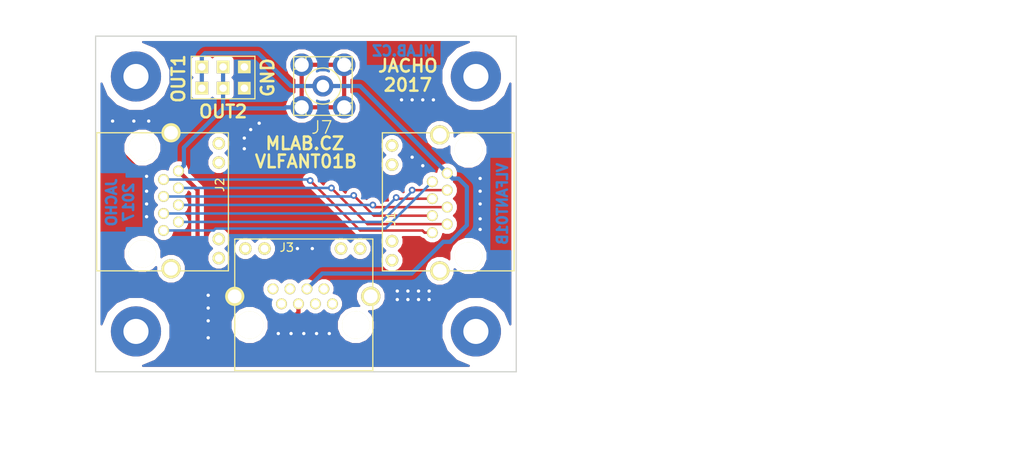
<source format=kicad_pcb>
(kicad_pcb (version 20160815) (host pcbnew "(2016-09-17 revision 679eef1)-makepkg")

  (general
    (links 21)
    (no_connects 0)
    (area -11.176 -44.704 111.252001 10.160001)
    (thickness 1.6)
    (drawings 15)
    (tracks 198)
    (zones 0)
    (modules 9)
    (nets 11)
  )

  (page A4)
  (layers
    (0 F.Cu signal)
    (31 B.Cu signal)
    (32 B.Adhes user)
    (33 F.Adhes user)
    (34 B.Paste user)
    (35 F.Paste user)
    (36 B.SilkS user)
    (37 F.SilkS user)
    (38 B.Mask user)
    (39 F.Mask user)
    (40 Dwgs.User user)
    (41 Cmts.User user)
    (42 Eco1.User user)
    (43 Eco2.User user)
    (44 Edge.Cuts user)
    (45 Margin user)
    (46 B.CrtYd user)
    (47 F.CrtYd user)
    (48 B.Fab user)
    (49 F.Fab user)
  )

  (setup
    (last_trace_width 0.2)
    (user_trace_width 0.3)
    (user_trace_width 0.5)
    (user_trace_width 0.8)
    (user_trace_width 0.9)
    (user_trace_width 1)
    (user_trace_width 1.2)
    (user_trace_width 1.5)
    (user_trace_width 2)
    (trace_clearance 0.2)
    (zone_clearance 0.508)
    (zone_45_only no)
    (trace_min 0.2)
    (segment_width 0.2)
    (edge_width 0.15)
    (via_size 0.8)
    (via_drill 0.4)
    (via_min_size 0.4)
    (via_min_drill 0.3)
    (uvia_size 0.3)
    (uvia_drill 0.1)
    (uvias_allowed no)
    (uvia_min_size 0.2)
    (uvia_min_drill 0.1)
    (pcb_text_width 0.3)
    (pcb_text_size 1.5 1.5)
    (mod_edge_width 0.15)
    (mod_text_size 1 1)
    (mod_text_width 0.15)
    (pad_size 6 6)
    (pad_drill 3)
    (pad_to_mask_clearance 0.2)
    (solder_mask_min_width 0.2)
    (aux_axis_origin 0 0)
    (visible_elements 7FFFFF7F)
    (pcbplotparams
      (layerselection 0x010e0_ffffffff)
      (usegerberextensions false)
      (excludeedgelayer true)
      (linewidth 0.500000)
      (plotframeref false)
      (viasonmask false)
      (mode 1)
      (useauxorigin false)
      (hpglpennumber 1)
      (hpglpenspeed 20)
      (hpglpendiameter 15)
      (psnegative false)
      (psa4output false)
      (plotreference true)
      (plotvalue true)
      (plotinvisibletext false)
      (padsonsilk false)
      (subtractmaskfromsilk false)
      (outputformat 1)
      (mirror false)
      (drillshape 0)
      (scaleselection 1)
      (outputdirectory ../CAM_PROFI/))
  )

  (net 0 "")
  (net 1 /OUT1)
  (net 2 GND)
  (net 3 /OUT2)
  (net 4 "Net-(J1-Pad2)")
  (net 5 "Net-(J1-Pad4)")
  (net 6 "Net-(J1-Pad6)")
  (net 7 "Net-(J1-Pad8)")
  (net 8 "Net-(J1-Pad3)")
  (net 9 "Net-(J1-Pad5)")
  (net 10 "Net-(J1-Pad7)")

  (net_class Default "Toto je výchozí třída sítě."
    (clearance 0.2)
    (trace_width 0.2)
    (via_dia 0.8)
    (via_drill 0.4)
    (uvia_dia 0.3)
    (uvia_drill 0.1)
    (diff_pair_gap 0.25)
    (diff_pair_width 0.2)
    (add_net /OUT1)
    (add_net /OUT2)
    (add_net GND)
    (add_net "Net-(J1-Pad2)")
    (add_net "Net-(J1-Pad3)")
    (add_net "Net-(J1-Pad4)")
    (add_net "Net-(J1-Pad5)")
    (add_net "Net-(J1-Pad6)")
    (add_net "Net-(J1-Pad7)")
    (add_net "Net-(J1-Pad8)")
  )

  (module Mlab_CON:SMA6251A13G50 (layer F.Cu) (tedit 58902833) (tstamp 57D67175)
    (at 27.432 -34.417)
    (path /57D68C46)
    (fp_text reference J7 (at -0.127 4.953) (layer F.SilkS)
      (effects (font (size 1.5 1.5) (thickness 0.15)))
    )
    (fp_text value SMA (at 0 5.1) (layer F.SilkS) hide
      (effects (font (size 1.5 1.5) (thickness 0.15)))
    )
    (fp_circle (center 0 0) (end -0.11 -2.16) (layer F.SilkS) (width 0.15))
    (fp_line (start 2.03 3.05) (end 3.05 3.05) (layer F.SilkS) (width 0.15))
    (fp_line (start 3.05 3.05) (end 3.05 2.03) (layer F.SilkS) (width 0.15))
    (fp_line (start -2.03 3.05) (end -3.05 3.05) (layer F.SilkS) (width 0.15))
    (fp_line (start -3.05 3.05) (end -3.05 2.03) (layer F.SilkS) (width 0.15))
    (fp_line (start -2.03 -3.05) (end -3.05 -3.05) (layer F.SilkS) (width 0.15))
    (fp_line (start -3.05 -3.05) (end -3.05 -2.03) (layer F.SilkS) (width 0.15))
    (fp_line (start 3.05 -3.05) (end 3.05 -2.03) (layer F.SilkS) (width 0.15))
    (fp_line (start 3.05 -3.05) (end 2.03 -3.05) (layer F.SilkS) (width 0.15))
    (fp_line (start 2.03 3.5) (end 2.03 2.03) (layer F.SilkS) (width 0.15))
    (fp_line (start 2.03 2.03) (end 3.5 2.03) (layer F.SilkS) (width 0.15))
    (fp_line (start -2.03 2.03) (end -2.03 3.5) (layer F.SilkS) (width 0.15))
    (fp_line (start -3.5 2.03) (end -2.03 2.03) (layer F.SilkS) (width 0.15))
    (fp_line (start 2.03 -3.5) (end 2.03 -2.03) (layer F.SilkS) (width 0.15))
    (fp_line (start 2.03 -2.03) (end 3.5 -2.03) (layer F.SilkS) (width 0.15))
    (fp_line (start -2.03 -3.5) (end -2.03 -2.03) (layer F.SilkS) (width 0.15))
    (fp_line (start -2.03 -2.03) (end -3.5 -2.03) (layer F.SilkS) (width 0.15))
    (fp_line (start -3.5 3.5) (end 3.5 3.5) (layer F.SilkS) (width 0.15))
    (fp_line (start 3.5 3.5) (end 3.5 -3.5) (layer F.SilkS) (width 0.15))
    (fp_line (start 3.5 -3.5) (end -3.5 -3.5) (layer F.SilkS) (width 0.15))
    (fp_line (start -3.5 -3.5) (end -3.5 3.5) (layer F.SilkS) (width 0.15))
    (pad 1 thru_hole circle (at 0 0 180) (size 2.5 2.5) (drill 1.5) (layers *.Cu *.Mask)
      (net 1 /OUT1))
    (pad 2 thru_hole circle (at 2.54 2.54 180) (size 2.7 2.7) (drill 1.7) (layers *.Cu *.Mask)
      (net 3 /OUT2))
    (pad 2 thru_hole circle (at -2.54 2.54 180) (size 2.7 2.7) (drill 1.7) (layers *.Cu *.Mask)
      (net 3 /OUT2))
    (pad 2 thru_hole circle (at -2.54 -2.54 180) (size 2.7 2.7) (drill 1.7) (layers *.Cu *.Mask)
      (net 3 /OUT2))
    (pad 2 thru_hole circle (at 2.54 -2.54 180) (size 2.7 2.7) (drill 1.7) (layers *.Cu *.Mask)
      (net 3 /OUT2))
  )

  (module Mlab_Pin_Headers:Straight_2x03 (layer F.Cu) (tedit 58902833) (tstamp 57D67186)
    (at 15.494 -35.433 90)
    (descr "pin header straight 2x03")
    (tags "pin header straight 2x03")
    (path /57D697CE)
    (fp_text reference J9 (at 0 -5.08 90) (layer F.SilkS) hide
      (effects (font (size 1.5 1.5) (thickness 0.15)))
    )
    (fp_text value JUMP_3X2 (at 0 5.08 90) (layer F.SilkS) hide
      (effects (font (size 1.5 1.5) (thickness 0.15)))
    )
    (fp_text user 1 (at -2.921 -2.54 90) (layer F.SilkS) hide
      (effects (font (size 0.5 0.5) (thickness 0.05)))
    )
    (fp_line (start -2.54 -3.81) (end 2.54 -3.81) (layer F.SilkS) (width 0.15))
    (fp_line (start 2.54 -3.81) (end 2.54 3.81) (layer F.SilkS) (width 0.15))
    (fp_line (start 2.54 3.81) (end -2.54 3.81) (layer F.SilkS) (width 0.15))
    (fp_line (start -2.54 3.81) (end -2.54 -3.81) (layer F.SilkS) (width 0.15))
    (pad 1 thru_hole rect (at -1.27 -2.54 90) (size 1.524 1.524) (drill 0.889) (layers *.Cu *.Mask F.SilkS)
      (net 1 /OUT1))
    (pad 2 thru_hole rect (at 1.27 -2.54 90) (size 1.524 1.524) (drill 0.889) (layers *.Cu *.Mask F.SilkS)
      (net 1 /OUT1))
    (pad 3 thru_hole rect (at -1.27 0 90) (size 1.524 1.524) (drill 0.889) (layers *.Cu *.Mask F.SilkS)
      (net 3 /OUT2))
    (pad 4 thru_hole rect (at 1.27 0 90) (size 1.524 1.524) (drill 0.889) (layers *.Cu *.Mask F.SilkS)
      (net 3 /OUT2))
    (pad 5 thru_hole rect (at -1.27 2.54 90) (size 1.524 1.524) (drill 0.889) (layers *.Cu *.Mask F.SilkS)
      (net 2 GND))
    (pad 6 thru_hole rect (at 1.27 2.54 90) (size 1.524 1.524) (drill 0.889) (layers *.Cu *.Mask F.SilkS)
      (net 2 GND))
    (model Pin_Headers/Pin_Header_Straight_2x03.wrl
      (at (xyz 0 0 0))
      (scale (xyz 1 1 1))
      (rotate (xyz 0 0 90))
    )
  )

  (module Mlab_Mechanical:MountingHole_3mm placed (layer F.Cu) (tedit 58902833) (tstamp 57D6718B)
    (at 45.72 -35.56)
    (descr "Mounting hole, Befestigungsbohrung, 3mm, No Annular, Kein Restring,")
    (tags "Mounting hole, Befestigungsbohrung, 3mm, No Annular, Kein Restring,")
    (path /57D299A2)
    (fp_text reference M1 (at 0 -4.191) (layer F.SilkS) hide
      (effects (font (thickness 0.3048)))
    )
    (fp_text value HOLE (at 0 4.191) (layer F.SilkS) hide
      (effects (font (thickness 0.3048)))
    )
    (fp_circle (center 0 0) (end 2.99974 0) (layer Cmts.User) (width 0.381))
    (pad 1 thru_hole circle (at 0 0) (size 6 6) (drill 3) (layers *.Cu *.Adhes *.Mask)
      (clearance 1) (zone_connect 2))
  )

  (module Mlab_Mechanical:MountingHole_3mm placed (layer F.Cu) (tedit 58902833) (tstamp 57D67190)
    (at 45.72 -5.08)
    (descr "Mounting hole, Befestigungsbohrung, 3mm, No Annular, Kein Restring,")
    (tags "Mounting hole, Befestigungsbohrung, 3mm, No Annular, Kein Restring,")
    (path /57D2A387)
    (fp_text reference M2 (at 0 -4.191) (layer F.SilkS) hide
      (effects (font (thickness 0.3048)))
    )
    (fp_text value HOLE (at 0 4.191) (layer F.SilkS) hide
      (effects (font (thickness 0.3048)))
    )
    (fp_circle (center 0 0) (end 2.99974 0) (layer Cmts.User) (width 0.381))
    (pad 1 thru_hole circle (at 0 0) (size 6 6) (drill 3) (layers *.Cu *.Adhes *.Mask)
      (clearance 1) (zone_connect 2))
  )

  (module Mlab_Mechanical:MountingHole_3mm placed (layer F.Cu) (tedit 58902833) (tstamp 57D67195)
    (at 5.08 -35.56)
    (descr "Mounting hole, Befestigungsbohrung, 3mm, No Annular, Kein Restring,")
    (tags "Mounting hole, Befestigungsbohrung, 3mm, No Annular, Kein Restring,")
    (path /57D2A075)
    (fp_text reference M3 (at 0 -4.191) (layer F.SilkS) hide
      (effects (font (thickness 0.3048)))
    )
    (fp_text value HOLE (at 0 4.191) (layer F.SilkS) hide
      (effects (font (thickness 0.3048)))
    )
    (fp_circle (center 0 0) (end 2.99974 0) (layer Cmts.User) (width 0.381))
    (pad 1 thru_hole circle (at 0 0) (size 6 6) (drill 3) (layers *.Cu *.Adhes *.Mask)
      (clearance 1) (zone_connect 2))
  )

  (module Mlab_Mechanical:MountingHole_3mm placed (layer F.Cu) (tedit 58902833) (tstamp 57D6719A)
    (at 5.08 -5.08)
    (descr "Mounting hole, Befestigungsbohrung, 3mm, No Annular, Kein Restring,")
    (tags "Mounting hole, Befestigungsbohrung, 3mm, No Annular, Kein Restring,")
    (path /57D2A395)
    (fp_text reference M4 (at 0 -4.191) (layer F.SilkS) hide
      (effects (font (thickness 0.3048)))
    )
    (fp_text value HOLE (at 0 4.191) (layer F.SilkS) hide
      (effects (font (thickness 0.3048)))
    )
    (fp_circle (center 0 0) (end 2.99974 0) (layer Cmts.User) (width 0.381))
    (pad 1 thru_hole circle (at 0 0) (size 6 6) (drill 3) (layers *.Cu *.Adhes *.Mask)
      (clearance 1) (zone_connect 2))
  )

  (module "Mlab_CON:RJHSE-5384(RJ45)" (layer F.Cu) (tedit 58902833) (tstamp 58171224)
    (at 44.831 -14.097 90)
    (path /58170EC6)
    (fp_text reference J1 (at 4.445 -9.271 90) (layer F.SilkS)
      (effects (font (size 1 1) (thickness 0.15)))
    )
    (fp_text value RJ45_RJHSE-5384 (at 6.4516 4.1275 90) (layer F.Fab) hide
      (effects (font (size 1 1) (thickness 0.15)))
    )
    (fp_line (start -1.78 -10.27) (end -1.78 5.46) (layer F.SilkS) (width 0.15))
    (fp_line (start -1.78 5.46) (end 14.73 5.46) (layer F.SilkS) (width 0.15))
    (fp_line (start 14.73 5.46) (end 14.73 -10.29) (layer F.SilkS) (width 0.15))
    (fp_line (start 14.73 -10.29) (end -1.78 -10.29) (layer F.SilkS) (width 0.15))
    (pad "" np_thru_hole circle (at 0 0 90) (size 3.3 3.3) (drill 3.3) (layers *.Cu *.Mask F.SilkS))
    (pad "" np_thru_hole circle (at 12.7 0 90) (size 3.3 3.3) (drill 3.3) (layers *.Cu *.Mask F.SilkS))
    (pad 14 thru_hole circle (at 14.48 -3.43 90) (size 2.3 2.3) (drill 1.65) (layers *.Cu *.Mask F.SilkS))
    (pad 13 thru_hole circle (at -1.78 -3.43 90) (size 2.3 2.3) (drill 1.65) (layers *.Cu *.Mask F.SilkS))
    (pad 7 thru_hole circle (at 3.81 -2.54 90) (size 1.3 1.3) (drill 0.93) (layers *.Cu *.Mask F.SilkS)
      (net 10 "Net-(J1-Pad7)"))
    (pad 5 thru_hole circle (at 5.84 -2.54 90) (size 1.3 1.3) (drill 0.93) (layers *.Cu *.Mask F.SilkS)
      (net 9 "Net-(J1-Pad5)"))
    (pad 3 thru_hole circle (at 7.87 -2.54 90) (size 1.3 1.3) (drill 0.93) (layers *.Cu *.Mask F.SilkS)
      (net 8 "Net-(J1-Pad3)"))
    (pad 1 thru_hole circle (at 9.9 -2.54 90) (size 1.3 1.3) (drill 0.93) (layers *.Cu *.Mask F.SilkS)
      (net 1 /OUT1))
    (pad 8 thru_hole circle (at 2.79 -4.32 90) (size 1.3 1.3) (drill 0.93) (layers *.Cu *.Mask F.SilkS)
      (net 7 "Net-(J1-Pad8)"))
    (pad 6 thru_hole circle (at 4.82 -4.32 90) (size 1.3 1.3) (drill 0.93) (layers *.Cu *.Mask F.SilkS)
      (net 6 "Net-(J1-Pad6)"))
    (pad 4 thru_hole circle (at 6.85 -4.32 90) (size 1.3 1.3) (drill 0.93) (layers *.Cu *.Mask F.SilkS)
      (net 5 "Net-(J1-Pad4)"))
    (pad 2 thru_hole circle (at 8.88 -4.32 90) (size 1.3 1.3) (drill 0.93) (layers *.Cu *.Mask F.SilkS)
      (net 4 "Net-(J1-Pad2)"))
    (pad 9 thru_hole circle (at 13.21 -9.14 90) (size 1.5 1.5) (drill 0.93) (layers *.Cu *.Mask F.SilkS))
    (pad 10 thru_hole circle (at 10.92 -9.14 90) (size 1.5 1.5) (drill 0.93) (layers *.Cu *.Mask F.SilkS))
    (pad 11 thru_hole circle (at 1.78 -9.14 90) (size 1.5 1.5) (drill 0.93) (layers *.Cu *.Mask F.SilkS))
    (pad 12 thru_hole circle (at -0.51 -9.14 90) (size 1.5 1.5) (drill 0.93) (layers *.Cu *.Mask F.SilkS))
  )

  (module "Mlab_CON:RJHSE-5384(RJ45)" (layer F.Cu) (tedit 58902833) (tstamp 5817123B)
    (at 5.842 -27.051 270)
    (path /58171334)
    (fp_text reference J2 (at 4.445 -9.271 270) (layer F.SilkS)
      (effects (font (size 1 1) (thickness 0.15)))
    )
    (fp_text value RJ45_RJHSE-5384 (at 6.4516 4.1275 270) (layer F.Fab) hide
      (effects (font (size 1 1) (thickness 0.15)))
    )
    (fp_line (start 14.73 -10.29) (end -1.78 -10.29) (layer F.SilkS) (width 0.15))
    (fp_line (start 14.73 5.46) (end 14.73 -10.29) (layer F.SilkS) (width 0.15))
    (fp_line (start -1.78 5.46) (end 14.73 5.46) (layer F.SilkS) (width 0.15))
    (fp_line (start -1.78 -10.27) (end -1.78 5.46) (layer F.SilkS) (width 0.15))
    (pad 12 thru_hole circle (at -0.51 -9.14 270) (size 1.5 1.5) (drill 0.93) (layers *.Cu *.Mask F.SilkS))
    (pad 11 thru_hole circle (at 1.78 -9.14 270) (size 1.5 1.5) (drill 0.93) (layers *.Cu *.Mask F.SilkS))
    (pad 10 thru_hole circle (at 10.92 -9.14 270) (size 1.5 1.5) (drill 0.93) (layers *.Cu *.Mask F.SilkS))
    (pad 9 thru_hole circle (at 13.21 -9.14 270) (size 1.5 1.5) (drill 0.93) (layers *.Cu *.Mask F.SilkS))
    (pad 2 thru_hole circle (at 8.88 -4.32 270) (size 1.3 1.3) (drill 0.93) (layers *.Cu *.Mask F.SilkS)
      (net 8 "Net-(J1-Pad3)"))
    (pad 4 thru_hole circle (at 6.85 -4.32 270) (size 1.3 1.3) (drill 0.93) (layers *.Cu *.Mask F.SilkS)
      (net 9 "Net-(J1-Pad5)"))
    (pad 6 thru_hole circle (at 4.82 -4.32 270) (size 1.3 1.3) (drill 0.93) (layers *.Cu *.Mask F.SilkS)
      (net 10 "Net-(J1-Pad7)"))
    (pad 8 thru_hole circle (at 2.79 -4.32 270) (size 1.3 1.3) (drill 0.93) (layers *.Cu *.Mask F.SilkS)
      (net 3 /OUT2))
    (pad 1 thru_hole circle (at 9.9 -2.54 270) (size 1.3 1.3) (drill 0.93) (layers *.Cu *.Mask F.SilkS)
      (net 4 "Net-(J1-Pad2)"))
    (pad 3 thru_hole circle (at 7.87 -2.54 270) (size 1.3 1.3) (drill 0.93) (layers *.Cu *.Mask F.SilkS)
      (net 5 "Net-(J1-Pad4)"))
    (pad 5 thru_hole circle (at 5.84 -2.54 270) (size 1.3 1.3) (drill 0.93) (layers *.Cu *.Mask F.SilkS)
      (net 6 "Net-(J1-Pad6)"))
    (pad 7 thru_hole circle (at 3.81 -2.54 270) (size 1.3 1.3) (drill 0.93) (layers *.Cu *.Mask F.SilkS)
      (net 7 "Net-(J1-Pad8)"))
    (pad 13 thru_hole circle (at -1.78 -3.43 270) (size 2.3 2.3) (drill 1.65) (layers *.Cu *.Mask F.SilkS)
      (net 2 GND))
    (pad 14 thru_hole circle (at 14.48 -3.43 270) (size 2.3 2.3) (drill 1.65) (layers *.Cu *.Mask F.SilkS))
    (pad "" np_thru_hole circle (at 12.7 0 270) (size 3.3 3.3) (drill 3.3) (layers *.Cu *.Mask F.SilkS))
    (pad "" np_thru_hole circle (at 0 0 270) (size 3.3 3.3) (drill 3.3) (layers *.Cu *.Mask F.SilkS))
  )

  (module "Mlab_CON:RJHSE-5384(RJ45)" (layer F.Cu) (tedit 58902833) (tstamp 58171252)
    (at 18.669 -5.842)
    (path /58171450)
    (fp_text reference J3 (at 4.445 -9.271) (layer F.SilkS)
      (effects (font (size 1 1) (thickness 0.15)))
    )
    (fp_text value RJ45_RJHSE-5384 (at 6.4516 4.1275) (layer F.Fab) hide
      (effects (font (size 1 1) (thickness 0.15)))
    )
    (fp_line (start -1.78 -10.27) (end -1.78 5.46) (layer F.SilkS) (width 0.15))
    (fp_line (start -1.78 5.46) (end 14.73 5.46) (layer F.SilkS) (width 0.15))
    (fp_line (start 14.73 5.46) (end 14.73 -10.29) (layer F.SilkS) (width 0.15))
    (fp_line (start 14.73 -10.29) (end -1.78 -10.29) (layer F.SilkS) (width 0.15))
    (pad "" np_thru_hole circle (at 0 0) (size 3.3 3.3) (drill 3.3) (layers *.Cu *.Mask F.SilkS))
    (pad "" np_thru_hole circle (at 12.7 0) (size 3.3 3.3) (drill 3.3) (layers *.Cu *.Mask F.SilkS))
    (pad 14 thru_hole circle (at 14.48 -3.43) (size 2.3 2.3) (drill 1.65) (layers *.Cu *.Mask F.SilkS))
    (pad 13 thru_hole circle (at -1.78 -3.43) (size 2.3 2.3) (drill 1.65) (layers *.Cu *.Mask F.SilkS)
      (net 2 GND))
    (pad 7 thru_hole circle (at 3.81 -2.54) (size 1.3 1.3) (drill 0.93) (layers *.Cu *.Mask F.SilkS))
    (pad 5 thru_hole circle (at 5.84 -2.54) (size 1.3 1.3) (drill 0.93) (layers *.Cu *.Mask F.SilkS)
      (net 3 /OUT2))
    (pad 3 thru_hole circle (at 7.87 -2.54) (size 1.3 1.3) (drill 0.93) (layers *.Cu *.Mask F.SilkS))
    (pad 1 thru_hole circle (at 9.9 -2.54) (size 1.3 1.3) (drill 0.93) (layers *.Cu *.Mask F.SilkS))
    (pad 8 thru_hole circle (at 2.79 -4.32) (size 1.3 1.3) (drill 0.93) (layers *.Cu *.Mask F.SilkS))
    (pad 6 thru_hole circle (at 4.82 -4.32) (size 1.3 1.3) (drill 0.93) (layers *.Cu *.Mask F.SilkS))
    (pad 4 thru_hole circle (at 6.85 -4.32) (size 1.3 1.3) (drill 0.93) (layers *.Cu *.Mask F.SilkS)
      (net 1 /OUT1))
    (pad 2 thru_hole circle (at 8.88 -4.32) (size 1.3 1.3) (drill 0.93) (layers *.Cu *.Mask F.SilkS))
    (pad 9 thru_hole circle (at 13.21 -9.14) (size 1.5 1.5) (drill 0.93) (layers *.Cu *.Mask F.SilkS))
    (pad 10 thru_hole circle (at 10.92 -9.14) (size 1.5 1.5) (drill 0.93) (layers *.Cu *.Mask F.SilkS))
    (pad 11 thru_hole circle (at 1.78 -9.14) (size 1.5 1.5) (drill 0.93) (layers *.Cu *.Mask F.SilkS))
    (pad 12 thru_hole circle (at -0.51 -9.14) (size 1.5 1.5) (drill 0.93) (layers *.Cu *.Mask F.SilkS))
  )

  (gr_text VLFANT01B (at 48.895 -20.32 90) (layer B.Cu) (tstamp 58288640)
    (effects (font (size 1.2 1.2) (thickness 0.3)) (justify mirror))
  )
  (gr_text JACHO (at 2.159 -20.5105 90) (layer B.Cu) (tstamp 58288637)
    (effects (font (size 1.2 1.2) (thickness 0.3)) (justify mirror))
  )
  (gr_text 2017 (at 4.191 -20.5105 90) (layer B.Cu) (tstamp 5828862D)
    (effects (font (size 1.2 1.2) (thickness 0.3)) (justify mirror))
  )
  (gr_text MLAB.CZ (at 37.084 -38.608) (layer B.Cu)
    (effects (font (size 1.2 1.2) (thickness 0.3)) (justify mirror))
  )
  (gr_text 2017 (at 37.592 -34.544) (layer F.SilkS)
    (effects (font (size 1.5 1.5) (thickness 0.3)))
  )
  (gr_text JACHO (at 37.592 -36.83) (layer F.SilkS)
    (effects (font (size 1.5 1.5) (thickness 0.3)))
  )
  (gr_text VLFANT01B (at 25.4 -25.4) (layer F.SilkS)
    (effects (font (size 1.5 1.5) (thickness 0.3)))
  )
  (gr_text MLAB.CZ (at 25.273 -27.559) (layer F.SilkS)
    (effects (font (size 1.5 1.5) (thickness 0.3)))
  )
  (gr_text GND (at 20.828 -35.433 90) (layer F.SilkS)
    (effects (font (size 1.5 1.5) (thickness 0.3)))
  )
  (gr_text OUT2 (at 15.494 -31.369) (layer F.SilkS)
    (effects (font (size 1.5 1.5) (thickness 0.3)))
  )
  (gr_text OUT1 (at 10.16 -35.306 90) (layer F.SilkS)
    (effects (font (size 1.5 1.5) (thickness 0.3)))
  )
  (gr_line (start 0.254 -0.254) (end 0.254 -40.386) (angle 90) (layer Edge.Cuts) (width 0.15))
  (gr_line (start 50.546 -0.254) (end 0.254 -0.254) (angle 90) (layer Edge.Cuts) (width 0.15))
  (gr_line (start 50.546 -40.386) (end 50.546 -0.254) (angle 90) (layer Edge.Cuts) (width 0.15))
  (gr_line (start 0.254 -40.386) (end 50.546 -40.386) (angle 90) (layer Edge.Cuts) (width 0.15))

  (segment (start 38.0365 -12.0015) (end 27.3585 -12.0015) (width 0.5) (layer B.Cu) (net 1))
  (segment (start 27.3585 -12.0015) (end 25.519 -10.162) (width 0.5) (layer B.Cu) (net 1))
  (segment (start 41.821999 -15.786999) (end 38.0365 -12.0015) (width 0.5) (layer B.Cu) (net 1))
  (segment (start 44.6405 -17.78) (end 42.647499 -15.786999) (width 0.5) (layer B.Cu) (net 1))
  (segment (start 42.647499 -15.786999) (end 41.821999 -15.786999) (width 0.5) (layer B.Cu) (net 1))
  (segment (start 44.6405 -22.352) (end 44.6405 -17.78) (width 0.5) (layer B.Cu) (net 1))
  (segment (start 43.645499 -23.347001) (end 44.6405 -22.352) (width 0.5) (layer B.Cu) (net 1))
  (segment (start 42.291 -23.997) (end 42.940999 -23.347001) (width 0.5) (layer B.Cu) (net 1))
  (segment (start 42.940999 -23.347001) (end 43.645499 -23.347001) (width 0.5) (layer B.Cu) (net 1))
  (segment (start 42.291 -23.997) (end 31.871 -34.417) (width 0.5) (layer B.Cu) (net 1))
  (segment (start 31.871 -34.417) (end 27.432 -34.417) (width 0.5) (layer B.Cu) (net 1))
  (segment (start 12.954 -34.163) (end 12.954 -36.703) (width 0.5) (layer B.Cu) (net 1))
  (segment (start 19.685 -38.354) (end 13.343 -38.354) (width 0.5) (layer B.Cu) (net 1))
  (segment (start 13.343 -38.354) (end 12.954 -37.965) (width 0.5) (layer B.Cu) (net 1))
  (segment (start 12.954 -37.965) (end 12.954 -36.703) (width 0.5) (layer B.Cu) (net 1))
  (segment (start 23.622 -34.417) (end 19.685 -38.354) (width 0.5) (layer B.Cu) (net 1))
  (segment (start 27.432 -34.417) (end 23.622 -34.417) (width 0.5) (layer B.Cu) (net 1))
  (segment (start 26.67 -4.826) (end 28.194 -4.826) (width 0.2) (layer B.Cu) (net 2))
  (via (at 28.194 -4.826) (size 0.8) (drill 0.4) (layers F.Cu B.Cu) (net 2))
  (segment (start 25.146 -4.826) (end 26.67 -4.826) (width 0.2) (layer F.Cu) (net 2))
  (via (at 26.67 -4.826) (size 0.8) (drill 0.4) (layers F.Cu B.Cu) (net 2))
  (segment (start 23.622 -4.826) (end 25.146 -4.826) (width 0.2) (layer B.Cu) (net 2))
  (via (at 25.146 -4.826) (size 0.8) (drill 0.4) (layers F.Cu B.Cu) (net 2))
  (segment (start 22.098 -4.826) (end 23.622 -4.826) (width 0.2) (layer F.Cu) (net 2))
  (via (at 23.622 -4.826) (size 0.8) (drill 0.4) (layers F.Cu B.Cu) (net 2))
  (segment (start 16.256 -2.54) (end 19.812 -2.54) (width 0.2) (layer B.Cu) (net 2))
  (segment (start 19.812 -2.54) (end 22.098 -4.826) (width 0.2) (layer B.Cu) (net 2))
  (via (at 22.098 -4.826) (size 0.8) (drill 0.4) (layers F.Cu B.Cu) (net 2))
  (segment (start 14.904001 -3.891999) (end 16.256 -2.54) (width 0.2) (layer B.Cu) (net 2))
  (segment (start 13.716 -4.318) (end 14.142001 -3.891999) (width 0.2) (layer B.Cu) (net 2))
  (segment (start 14.142001 -3.891999) (end 14.904001 -3.891999) (width 0.2) (layer B.Cu) (net 2))
  (segment (start 46.228 -18.542) (end 46.228 -20.32) (width 0.2) (layer B.Cu) (net 2))
  (segment (start 46.228 -21.844) (end 46.228 -20.32) (width 0.2) (layer F.Cu) (net 2))
  (via (at 46.228 -20.32) (size 0.8) (drill 0.4) (layers F.Cu B.Cu) (net 2))
  (segment (start 46.228 -18.542) (end 46.228 -17.272) (width 0.2) (layer F.Cu) (net 2))
  (via (at 46.228 -17.272) (size 0.8) (drill 0.4) (layers F.Cu B.Cu) (net 2))
  (via (at 46.228 -18.542) (size 0.8) (drill 0.4) (layers F.Cu B.Cu) (net 2))
  (segment (start 46.228 -23.368) (end 46.228 -21.844) (width 0.2) (layer B.Cu) (net 2))
  (via (at 46.228 -21.844) (size 0.8) (drill 0.4) (layers F.Cu B.Cu) (net 2))
  (segment (start 47.244 -25.654) (end 46.228 -24.638) (width 0.2) (layer F.Cu) (net 2))
  (segment (start 46.228 -24.638) (end 46.228 -23.368) (width 0.2) (layer F.Cu) (net 2))
  (via (at 46.228 -23.368) (size 0.8) (drill 0.4) (layers F.Cu B.Cu) (net 2))
  (segment (start 47.244 -29.464) (end 47.244 -25.654) (width 0.2) (layer F.Cu) (net 2))
  (segment (start 46.228 -30.48) (end 47.244 -29.464) (width 0.2) (layer F.Cu) (net 2))
  (segment (start 42.926 -30.48) (end 46.228 -30.48) (width 0.2) (layer F.Cu) (net 2))
  (segment (start 40.64 -32.766) (end 42.926 -30.48) (width 0.2) (layer F.Cu) (net 2))
  (segment (start 6.35 -20.32) (end 6.35 -18.796) (width 0.2) (layer B.Cu) (net 2))
  (via (at 6.35 -18.796) (size 0.8) (drill 0.4) (layers F.Cu B.Cu) (net 2))
  (segment (start 6.35 -21.844) (end 6.35 -20.32) (width 0.2) (layer F.Cu) (net 2))
  (via (at 6.35 -20.32) (size 0.8) (drill 0.4) (layers F.Cu B.Cu) (net 2))
  (segment (start 5.950001 -24.021999) (end 6.35 -23.622) (width 0.2) (layer F.Cu) (net 2))
  (segment (start 2.286 -30.226) (end 2.286 -27.686) (width 0.2) (layer F.Cu) (net 2))
  (segment (start 6.35 -23.056315) (end 6.35 -23.622) (width 0.2) (layer B.Cu) (net 2))
  (segment (start 6.35 -22.352) (end 6.35 -23.056315) (width 0.2) (layer B.Cu) (net 2))
  (segment (start 6.604 -22.098) (end 6.35 -22.352) (width 0.2) (layer B.Cu) (net 2))
  (segment (start 2.286 -27.686) (end 5.950001 -24.021999) (width 0.2) (layer F.Cu) (net 2))
  (segment (start 6.35 -23.876) (end 6.35 -23.622) (width 0.2) (layer F.Cu) (net 2))
  (segment (start 6.096 -24.13) (end 6.35 -23.876) (width 0.2) (layer F.Cu) (net 2))
  (via (at 6.35 -23.622) (size 0.8) (drill 0.4) (layers F.Cu B.Cu) (net 2))
  (segment (start 6.35 -21.844) (end 6.35 -23.622) (width 0.2) (layer B.Cu) (net 2))
  (via (at 6.35 -21.844) (size 0.8) (drill 0.4) (layers F.Cu B.Cu) (net 2))
  (segment (start 39.37 -32.766) (end 40.64 -32.766) (width 0.2) (layer B.Cu) (net 2))
  (via (at 40.64 -32.766) (size 0.8) (drill 0.4) (layers F.Cu B.Cu) (net 2))
  (segment (start 38.1 -32.766) (end 39.37 -32.766) (width 0.2) (layer F.Cu) (net 2))
  (via (at 39.37 -32.766) (size 0.8) (drill 0.4) (layers F.Cu B.Cu) (net 2))
  (segment (start 36.83 -32.766) (end 38.1 -32.766) (width 0.2) (layer B.Cu) (net 2))
  (via (at 38.1 -32.766) (size 0.8) (drill 0.4) (layers F.Cu B.Cu) (net 2))
  (segment (start 38.1 -25.908) (end 38.1 -31.496) (width 0.2) (layer F.Cu) (net 2))
  (segment (start 38.1 -31.496) (end 36.83 -32.766) (width 0.2) (layer F.Cu) (net 2))
  (via (at 36.83 -32.766) (size 0.8) (drill 0.4) (layers F.Cu B.Cu) (net 2))
  (segment (start 38.862 -8.89) (end 40.132 -8.89) (width 0.2) (layer B.Cu) (net 2))
  (via (at 40.132 -8.89) (size 0.8) (drill 0.4) (layers F.Cu B.Cu) (net 2))
  (segment (start 37.592 -8.89) (end 38.862 -8.89) (width 0.2) (layer F.Cu) (net 2))
  (via (at 38.862 -8.89) (size 0.8) (drill 0.4) (layers F.Cu B.Cu) (net 2))
  (segment (start 36.322 -8.89) (end 37.592 -8.89) (width 0.2) (layer B.Cu) (net 2))
  (via (at 37.592 -8.89) (size 0.8) (drill 0.4) (layers F.Cu B.Cu) (net 2))
  (segment (start 36.322 -9.906) (end 36.322 -8.89) (width 0.2) (layer F.Cu) (net 2))
  (via (at 36.322 -8.89) (size 0.8) (drill 0.4) (layers F.Cu B.Cu) (net 2))
  (segment (start 38.862 -9.906) (end 40.132 -9.906) (width 0.2) (layer B.Cu) (net 2))
  (via (at 40.132 -9.906) (size 0.8) (drill 0.4) (layers F.Cu B.Cu) (net 2))
  (segment (start 37.592 -9.906) (end 38.862 -9.906) (width 0.2) (layer F.Cu) (net 2))
  (via (at 38.862 -9.906) (size 0.8) (drill 0.4) (layers F.Cu B.Cu) (net 2))
  (segment (start 36.322 -9.906) (end 37.592 -9.906) (width 0.2) (layer B.Cu) (net 2))
  (via (at 37.592 -9.906) (size 0.8) (drill 0.4) (layers F.Cu B.Cu) (net 2))
  (segment (start 28.644315 -11.938) (end 34.29 -11.938) (width 0.2) (layer F.Cu) (net 2))
  (segment (start 34.29 -11.938) (end 36.322 -9.906) (width 0.2) (layer F.Cu) (net 2))
  (via (at 36.322 -9.906) (size 0.8) (drill 0.4) (layers F.Cu B.Cu) (net 2))
  (segment (start 26.162 -14.986) (end 26.162 -14.420315) (width 0.2) (layer F.Cu) (net 2))
  (segment (start 26.162 -14.420315) (end 28.644315 -11.938) (width 0.2) (layer F.Cu) (net 2))
  (segment (start 13.716 -6.35) (end 13.716 -4.318) (width 0.2) (layer B.Cu) (net 2))
  (via (at 13.716 -4.318) (size 0.8) (drill 0.4) (layers F.Cu B.Cu) (net 2))
  (segment (start 13.716 -7.874) (end 13.716 -6.35) (width 0.2) (layer F.Cu) (net 2))
  (via (at 13.716 -6.35) (size 0.8) (drill 0.4) (layers F.Cu B.Cu) (net 2))
  (segment (start 13.716 -9.398) (end 13.716 -7.874) (width 0.2) (layer B.Cu) (net 2))
  (via (at 13.716 -7.874) (size 0.8) (drill 0.4) (layers F.Cu B.Cu) (net 2))
  (segment (start 16.889 -9.272) (end 13.842 -9.272) (width 0.2) (layer F.Cu) (net 2))
  (segment (start 13.842 -9.272) (end 13.716 -9.398) (width 0.2) (layer F.Cu) (net 2))
  (via (at 13.716 -9.398) (size 0.8) (drill 0.4) (layers F.Cu B.Cu) (net 2))
  (segment (start 4.826 -30.226) (end 2.286 -30.226) (width 0.2) (layer B.Cu) (net 2))
  (via (at 2.286 -30.226) (size 0.8) (drill 0.4) (layers F.Cu B.Cu) (net 2))
  (segment (start 6.604 -30.226) (end 4.826 -30.226) (width 0.2) (layer F.Cu) (net 2))
  (via (at 4.826 -30.226) (size 0.8) (drill 0.4) (layers F.Cu B.Cu) (net 2))
  (segment (start 9.272 -28.831) (end 7.877 -30.226) (width 0.2) (layer B.Cu) (net 2))
  (segment (start 7.877 -30.226) (end 6.604 -30.226) (width 0.2) (layer B.Cu) (net 2))
  (via (at 6.604 -30.226) (size 0.8) (drill 0.4) (layers F.Cu B.Cu) (net 2))
  (segment (start 24.384 -14.986) (end 26.162 -14.986) (width 0.2) (layer F.Cu) (net 2))
  (via (at 26.162 -14.986) (size 0.8) (drill 0.4) (layers F.Cu B.Cu) (net 2))
  (segment (start 18.436655 -12.446) (end 21.844 -12.446) (width 0.2) (layer B.Cu) (net 2))
  (segment (start 21.844 -12.446) (end 24.384 -14.986) (width 0.2) (layer B.Cu) (net 2))
  (via (at 24.384 -14.986) (size 0.8) (drill 0.4) (layers F.Cu B.Cu) (net 2))
  (segment (start 16.889 -9.272) (end 16.889 -10.898345) (width 0.2) (layer B.Cu) (net 2))
  (segment (start 16.889 -10.898345) (end 18.436655 -12.446) (width 0.2) (layer B.Cu) (net 2))
  (segment (start 39.37 -24.892) (end 39.116 -24.892) (width 0.2) (layer F.Cu) (net 2))
  (segment (start 39.116 -24.892) (end 38.1 -25.908) (width 0.2) (layer F.Cu) (net 2))
  (via (at 38.1 -25.908) (size 0.8) (drill 0.4) (layers F.Cu B.Cu) (net 2))
  (segment (start 33.782 -22.86) (end 37.338 -22.86) (width 0.2) (layer B.Cu) (net 2))
  (segment (start 37.338 -22.86) (end 39.37 -24.892) (width 0.2) (layer B.Cu) (net 2))
  (via (at 39.37 -24.892) (size 0.8) (drill 0.4) (layers F.Cu B.Cu) (net 2))
  (segment (start 27.432 -29.21) (end 33.782 -22.86) (width 0.2) (layer B.Cu) (net 2))
  (segment (start 18.796 -29.21) (end 27.432 -29.21) (width 0.2) (layer B.Cu) (net 2))
  (segment (start 18.034 -28.194) (end 18.034 -26.924) (width 0.2) (layer B.Cu) (net 2))
  (via (at 18.034 -26.924) (size 0.8) (drill 0.4) (layers F.Cu B.Cu) (net 2))
  (segment (start 18.796 -29.21) (end 18.796 -28.956) (width 0.2) (layer F.Cu) (net 2))
  (segment (start 18.796 -28.956) (end 18.034 -28.194) (width 0.2) (layer F.Cu) (net 2))
  (via (at 18.034 -28.194) (size 0.8) (drill 0.4) (layers F.Cu B.Cu) (net 2))
  (segment (start 19.812 -29.972) (end 19.558 -29.972) (width 0.2) (layer B.Cu) (net 2))
  (segment (start 19.558 -29.972) (end 18.796 -29.21) (width 0.2) (layer B.Cu) (net 2))
  (via (at 18.796 -29.21) (size 0.8) (drill 0.4) (layers F.Cu B.Cu) (net 2))
  (segment (start 11.938 -29.718) (end 19.558 -29.718) (width 0.2) (layer F.Cu) (net 2))
  (segment (start 19.558 -29.718) (end 19.812 -29.972) (width 0.2) (layer F.Cu) (net 2))
  (via (at 19.812 -29.972) (size 0.8) (drill 0.4) (layers F.Cu B.Cu) (net 2))
  (segment (start 11.051 -28.831) (end 11.938 -29.718) (width 0.2) (layer F.Cu) (net 2))
  (segment (start 9.272 -28.831) (end 11.051 -28.831) (width 0.2) (layer F.Cu) (net 2))
  (segment (start 10.162 -24.261) (end 12.446 -21.977) (width 0.5) (layer F.Cu) (net 3))
  (segment (start 12.446 -21.977) (end 12.446 -13.208) (width 0.5) (layer F.Cu) (net 3))
  (segment (start 14.1605 -11.4935) (end 17.272 -11.4935) (width 0.5) (layer F.Cu) (net 3))
  (segment (start 12.446 -13.208) (end 14.1605 -11.4935) (width 0.5) (layer F.Cu) (net 3))
  (segment (start 23.6855 -6.5405) (end 24.509 -7.364) (width 0.5) (layer F.Cu) (net 3))
  (segment (start 17.272 -11.4935) (end 22.225 -6.5405) (width 0.5) (layer F.Cu) (net 3))
  (segment (start 24.509 -7.364) (end 24.509 -8.382) (width 0.5) (layer F.Cu) (net 3))
  (segment (start 22.225 -6.5405) (end 23.6855 -6.5405) (width 0.5) (layer F.Cu) (net 3))
  (segment (start 24.892 -31.877) (end 22.982812 -31.877) (width 0.5) (layer B.Cu) (net 3))
  (segment (start 22.982812 -31.877) (end 22.855812 -31.75) (width 0.5) (layer B.Cu) (net 3))
  (segment (start 22.855812 -31.75) (end 15.494 -31.75) (width 0.5) (layer B.Cu) (net 3))
  (segment (start 24.892 -31.877) (end 24.892 -33.786188) (width 0.5) (layer F.Cu) (net 3))
  (segment (start 24.892 -33.786188) (end 24.892 -36.957) (width 0.5) (layer F.Cu) (net 3))
  (segment (start 29.972 -31.877) (end 24.892 -31.877) (width 0.5) (layer F.Cu) (net 3))
  (segment (start 29.972 -36.957) (end 29.972 -35.047812) (width 0.5) (layer F.Cu) (net 3))
  (segment (start 29.972 -35.047812) (end 29.972 -31.877) (width 0.5) (layer F.Cu) (net 3))
  (segment (start 24.892 -36.957) (end 29.972 -36.957) (width 0.5) (layer F.Cu) (net 3))
  (segment (start 15.494 -34.163) (end 15.494 -36.703) (width 0.5) (layer B.Cu) (net 3))
  (segment (start 10.811999 -27.067999) (end 15.494 -31.75) (width 0.5) (layer B.Cu) (net 3))
  (segment (start 15.494 -31.75) (end 15.494 -34.163) (width 0.5) (layer B.Cu) (net 3))
  (segment (start 10.162 -24.261) (end 10.811999 -24.910999) (width 0.5) (layer B.Cu) (net 3))
  (segment (start 10.811999 -24.910999) (end 10.811999 -27.067999) (width 0.5) (layer B.Cu) (net 3))
  (segment (start 8.382 -17.151) (end 14.373998 -17.151) (width 0.3) (layer B.Cu) (net 4))
  (segment (start 14.373998 -17.151) (end 14.602999 -17.380001) (width 0.3) (layer B.Cu) (net 4))
  (segment (start 14.602999 -17.380001) (end 34.906001 -17.380001) (width 0.3) (layer B.Cu) (net 4))
  (segment (start 34.906001 -17.380001) (end 38.735 -21.209) (width 0.3) (layer B.Cu) (net 4))
  (segment (start 38.735 -21.209) (end 38.743 -21.209) (width 0.3) (layer B.Cu) (net 4))
  (segment (start 38.743 -21.209) (end 40.511 -22.977) (width 0.3) (layer B.Cu) (net 4))
  (segment (start 36.329996 -20.947) (end 36.194996 -21.082) (width 0.3) (layer F.Cu) (net 5))
  (segment (start 40.511 -20.947) (end 36.329996 -20.947) (width 0.3) (layer F.Cu) (net 5))
  (segment (start 35.794997 -20.682001) (end 36.194996 -21.082) (width 0.3) (layer B.Cu) (net 5))
  (segment (start 34.293996 -19.181) (end 35.794997 -20.682001) (width 0.3) (layer B.Cu) (net 5))
  (via (at 36.194996 -21.082) (size 0.8) (drill 0.4) (layers F.Cu B.Cu) (net 5))
  (segment (start 8.382 -19.181) (end 34.293996 -19.181) (width 0.3) (layer B.Cu) (net 5))
  (segment (start 31.514999 -20.936001) (end 31.115 -21.336) (width 0.3) (layer F.Cu) (net 6))
  (segment (start 33.534 -18.917) (end 31.514999 -20.936001) (width 0.3) (layer F.Cu) (net 6))
  (segment (start 40.511 -18.917) (end 33.534 -18.917) (width 0.3) (layer F.Cu) (net 6))
  (segment (start 30.99 -21.211) (end 31.115 -21.336) (width 0.3) (layer B.Cu) (net 6))
  (segment (start 8.382 -21.211) (end 30.99 -21.211) (width 0.3) (layer B.Cu) (net 6))
  (via (at 31.115 -21.336) (size 0.8) (drill 0.4) (layers F.Cu B.Cu) (net 6))
  (segment (start 39.333762 -17.145) (end 31.877 -17.145) (width 0.3) (layer F.Cu) (net 7))
  (segment (start 26.307999 -22.714001) (end 25.908 -23.114) (width 0.3) (layer F.Cu) (net 7))
  (segment (start 39.591762 -16.887) (end 39.333762 -17.145) (width 0.3) (layer F.Cu) (net 7))
  (segment (start 25.781 -23.241) (end 25.908 -23.114) (width 0.3) (layer B.Cu) (net 7))
  (segment (start 40.511 -16.887) (end 39.591762 -16.887) (width 0.3) (layer F.Cu) (net 7))
  (segment (start 8.382 -23.241) (end 25.781 -23.241) (width 0.3) (layer B.Cu) (net 7))
  (segment (start 31.877 -17.145) (end 26.307999 -22.714001) (width 0.3) (layer F.Cu) (net 7))
  (via (at 25.908 -23.114) (size 0.8) (drill 0.4) (layers F.Cu B.Cu) (net 7))
  (segment (start 38.1 -21.971) (end 42.287 -21.971) (width 0.3) (layer F.Cu) (net 8))
  (segment (start 42.287 -21.971) (end 42.291 -21.967) (width 0.3) (layer F.Cu) (net 8))
  (segment (start 34.427 -18.171) (end 38.1 -21.844) (width 0.3) (layer B.Cu) (net 8))
  (segment (start 38.1 -21.844) (end 38.1 -21.971) (width 0.3) (layer B.Cu) (net 8))
  (via (at 38.1 -21.971) (size 0.8) (drill 0.4) (layers F.Cu B.Cu) (net 8))
  (segment (start 10.162 -18.171) (end 34.427 -18.171) (width 0.3) (layer B.Cu) (net 8))
  (segment (start 33.657 -19.937) (end 33.401 -20.193) (width 0.3) (layer F.Cu) (net 9))
  (segment (start 42.291 -19.937) (end 33.657 -19.937) (width 0.3) (layer F.Cu) (net 9))
  (segment (start 33.393 -20.201) (end 33.401 -20.193) (width 0.3) (layer B.Cu) (net 9))
  (segment (start 10.162 -20.201) (end 33.393 -20.201) (width 0.3) (layer B.Cu) (net 9))
  (via (at 33.401 -20.193) (size 0.8) (drill 0.4) (layers F.Cu B.Cu) (net 9))
  (segment (start 28.442 -22.231) (end 28.448 -22.225) (width 0.3) (layer B.Cu) (net 10))
  (segment (start 28.847999 -21.825001) (end 28.448 -22.225) (width 0.3) (layer F.Cu) (net 10))
  (segment (start 32.766 -17.907) (end 28.847999 -21.825001) (width 0.3) (layer F.Cu) (net 10))
  (segment (start 10.162 -22.231) (end 28.442 -22.231) (width 0.3) (layer B.Cu) (net 10))
  (segment (start 42.291 -17.907) (end 32.766 -17.907) (width 0.3) (layer F.Cu) (net 10))
  (via (at 28.448 -22.225) (size 0.8) (drill 0.4) (layers F.Cu B.Cu) (net 10))

  (zone (net 2) (net_name GND) (layer F.Cu) (tstamp 0) (hatch edge 0.508)
    (connect_pads yes (clearance 0.508))
    (min_thickness 0.254)
    (fill yes (arc_segments 16) (thermal_gap 0.508) (thermal_bridge_width 0.508))
    (polygon
      (pts
        (xy -1.016 -41.656) (xy 88.392 -41.656) (xy 88.392 2.032) (xy -2.54 2.032)
      )
    )
    (filled_polygon
      (pts
        (xy 43.385296 -39.060741) (xy 42.22334 -37.90081) (xy 41.593718 -36.384513) (xy 41.592285 -34.74269) (xy 42.219259 -33.225296)
        (xy 43.37919 -32.06334) (xy 44.895487 -31.433718) (xy 46.53731 -31.432285) (xy 48.054704 -32.059259) (xy 49.21666 -33.21919)
        (xy 49.836 -34.710725) (xy 49.836 -5.925662) (xy 49.220741 -7.414704) (xy 48.06081 -8.57666) (xy 46.544513 -9.206282)
        (xy 44.90269 -9.207715) (xy 43.385296 -8.580741) (xy 42.22334 -7.42081) (xy 41.593718 -5.904513) (xy 41.592285 -4.26269)
        (xy 42.219259 -2.745296) (xy 43.37919 -1.58334) (xy 44.870725 -0.964) (xy 5.925662 -0.964) (xy 7.414704 -1.579259)
        (xy 8.57666 -2.73919) (xy 9.206282 -4.255487) (xy 9.207715 -5.89731) (xy 8.580741 -7.414704) (xy 7.42081 -8.57666)
        (xy 5.904513 -9.206282) (xy 4.26269 -9.207715) (xy 2.745296 -8.580741) (xy 1.58334 -7.42081) (xy 0.964 -5.929275)
        (xy 0.964 -13.898479) (xy 3.556604 -13.898479) (xy 3.903742 -13.058342) (xy 4.545961 -12.415001) (xy 5.385491 -12.066397)
        (xy 6.294521 -12.065604) (xy 7.134658 -12.412742) (xy 7.487169 -12.764638) (xy 7.486691 -12.217499) (xy 7.757868 -11.5612)
        (xy 8.259559 -11.058633) (xy 8.915384 -10.786311) (xy 9.625501 -10.785691) (xy 10.2818 -11.056868) (xy 10.784367 -11.558559)
        (xy 11.056689 -12.214384) (xy 11.057309 -12.924501) (xy 10.786132 -13.5808) (xy 10.284441 -14.083367) (xy 9.628616 -14.355689)
        (xy 8.918499 -14.356309) (xy 8.2622 -14.085132) (xy 8.126651 -13.94982) (xy 8.127396 -14.803521) (xy 7.780258 -15.643658)
        (xy 7.138039 -16.286999) (xy 6.298509 -16.635603) (xy 5.389479 -16.636396) (xy 4.549342 -16.289258) (xy 3.906001 -15.647039)
        (xy 3.557397 -14.807509) (xy 3.556604 -13.898479) (xy 0.964 -13.898479) (xy 0.964 -22.986519) (xy 7.096777 -22.986519)
        (xy 7.291995 -22.514057) (xy 7.579734 -22.225814) (xy 7.293265 -21.939845) (xy 7.097223 -21.467724) (xy 7.096777 -20.956519)
        (xy 7.291995 -20.484057) (xy 7.579734 -20.195814) (xy 7.293265 -19.909845) (xy 7.097223 -19.437724) (xy 7.096777 -18.926519)
        (xy 7.291995 -18.454057) (xy 7.579734 -18.165814) (xy 7.293265 -17.879845) (xy 7.097223 -17.407724) (xy 7.096777 -16.896519)
        (xy 7.291995 -16.424057) (xy 7.653155 -16.062265) (xy 8.125276 -15.866223) (xy 8.636481 -15.865777) (xy 9.108943 -16.060995)
        (xy 9.470735 -16.422155) (xy 9.666777 -16.894276) (xy 9.666856 -16.985224) (xy 9.905276 -16.886223) (xy 10.416481 -16.885777)
        (xy 10.888943 -17.080995) (xy 11.250735 -17.442155) (xy 11.446777 -17.914276) (xy 11.447223 -18.425481) (xy 11.252005 -18.897943)
        (xy 10.964266 -19.186186) (xy 11.250735 -19.472155) (xy 11.446777 -19.944276) (xy 11.447223 -20.455481) (xy 11.252005 -20.927943)
        (xy 10.964266 -21.216186) (xy 11.250735 -21.502155) (xy 11.373534 -21.797887) (xy 11.561 -21.610421) (xy 11.561 -13.208005)
        (xy 11.560999 -13.208) (xy 11.616772 -12.927616) (xy 11.628367 -12.869325) (xy 11.764111 -12.666169) (xy 11.82021 -12.58221)
        (xy 13.534708 -10.867713) (xy 13.53471 -10.86771) (xy 13.821825 -10.675867) (xy 14.1605 -10.608499) (xy 14.160505 -10.6085)
        (xy 16.90542 -10.6085) (xy 19.573227 -7.940694) (xy 19.125509 -8.126603) (xy 18.216479 -8.127396) (xy 17.376342 -7.780258)
        (xy 16.733001 -7.138039) (xy 16.384397 -6.298509) (xy 16.383604 -5.389479) (xy 16.730742 -4.549342) (xy 17.372961 -3.906001)
        (xy 18.212491 -3.557397) (xy 19.121521 -3.556604) (xy 19.961658 -3.903742) (xy 20.604999 -4.545961) (xy 20.953603 -5.385491)
        (xy 20.953606 -5.389479) (xy 29.083604 -5.389479) (xy 29.430742 -4.549342) (xy 30.072961 -3.906001) (xy 30.912491 -3.557397)
        (xy 31.821521 -3.556604) (xy 32.661658 -3.903742) (xy 33.304999 -4.545961) (xy 33.653603 -5.385491) (xy 33.654396 -6.294521)
        (xy 33.307258 -7.134658) (xy 32.955362 -7.487169) (xy 33.502501 -7.486691) (xy 34.1588 -7.757868) (xy 34.661367 -8.259559)
        (xy 34.933689 -8.915384) (xy 34.934309 -9.625501) (xy 34.663132 -10.2818) (xy 34.161441 -10.784367) (xy 33.505616 -11.056689)
        (xy 32.795499 -11.057309) (xy 32.1392 -10.786132) (xy 31.636633 -10.284441) (xy 31.364311 -9.628616) (xy 31.363691 -8.918499)
        (xy 31.634868 -8.2622) (xy 31.77018 -8.126651) (xy 30.916479 -8.127396) (xy 30.076342 -7.780258) (xy 29.433001 -7.138039)
        (xy 29.084397 -6.298509) (xy 29.083604 -5.389479) (xy 20.953606 -5.389479) (xy 20.954396 -6.294521) (xy 20.767797 -6.746123)
        (xy 21.599208 -5.914713) (xy 21.59921 -5.91471) (xy 21.886325 -5.722867) (xy 21.942516 -5.71169) (xy 22.225 -5.655499)
        (xy 22.225005 -5.6555) (xy 23.685495 -5.6555) (xy 23.6855 -5.655499) (xy 23.967984 -5.71169) (xy 24.024175 -5.722867)
        (xy 24.31129 -5.91471) (xy 25.134787 -6.738208) (xy 25.13479 -6.73821) (xy 25.326633 -7.025325) (xy 25.340846 -7.096777)
        (xy 25.394001 -7.364) (xy 25.394 -7.364005) (xy 25.394 -7.449776) (xy 25.524186 -7.579734) (xy 25.810155 -7.293265)
        (xy 26.282276 -7.097223) (xy 26.793481 -7.096777) (xy 27.265943 -7.291995) (xy 27.554186 -7.579734) (xy 27.840155 -7.293265)
        (xy 28.312276 -7.097223) (xy 28.823481 -7.096777) (xy 29.295943 -7.291995) (xy 29.657735 -7.653155) (xy 29.853777 -8.125276)
        (xy 29.854223 -8.636481) (xy 29.659005 -9.108943) (xy 29.297845 -9.470735) (xy 28.825724 -9.666777) (xy 28.734776 -9.666856)
        (xy 28.833777 -9.905276) (xy 28.834223 -10.416481) (xy 28.639005 -10.888943) (xy 28.277845 -11.250735) (xy 27.805724 -11.446777)
        (xy 27.294519 -11.447223) (xy 26.822057 -11.252005) (xy 26.533814 -10.964266) (xy 26.247845 -11.250735) (xy 25.775724 -11.446777)
        (xy 25.264519 -11.447223) (xy 24.792057 -11.252005) (xy 24.503814 -10.964266) (xy 24.217845 -11.250735) (xy 23.745724 -11.446777)
        (xy 23.234519 -11.447223) (xy 22.762057 -11.252005) (xy 22.473814 -10.964266) (xy 22.187845 -11.250735) (xy 21.715724 -11.446777)
        (xy 21.204519 -11.447223) (xy 20.732057 -11.252005) (xy 20.370265 -10.890845) (xy 20.174223 -10.418724) (xy 20.173777 -9.907519)
        (xy 20.218994 -9.798085) (xy 18.053581 -11.963499) (xy 39.615691 -11.963499) (xy 39.886868 -11.3072) (xy 40.388559 -10.804633)
        (xy 41.044384 -10.532311) (xy 41.754501 -10.531691) (xy 42.4108 -10.802868) (xy 42.913367 -11.304559) (xy 43.185689 -11.960384)
        (xy 43.186169 -12.510402) (xy 43.534961 -12.161001) (xy 44.374491 -11.812397) (xy 45.283521 -11.811604) (xy 46.123658 -12.158742)
        (xy 46.766999 -12.800961) (xy 47.115603 -13.640491) (xy 47.116396 -14.549521) (xy 46.769258 -15.389658) (xy 46.127039 -16.032999)
        (xy 45.287509 -16.381603) (xy 44.378479 -16.382396) (xy 43.538342 -16.035258) (xy 42.895001 -15.393039) (xy 42.546397 -14.553509)
        (xy 42.54565 -13.696927) (xy 42.413441 -13.829367) (xy 41.757616 -14.101689) (xy 41.047499 -14.102309) (xy 40.3912 -13.831132)
        (xy 39.888633 -13.329441) (xy 39.616311 -12.673616) (xy 39.615691 -11.963499) (xy 18.053581 -11.963499) (xy 17.89779 -12.11929)
        (xy 17.610675 -12.311133) (xy 17.551016 -12.323) (xy 17.272 -12.378501) (xy 17.271995 -12.3785) (xy 14.527079 -12.3785)
        (xy 14.267583 -12.637996) (xy 14.705298 -12.456241) (xy 15.256285 -12.45576) (xy 15.765515 -12.666169) (xy 16.155461 -13.055436)
        (xy 16.366759 -13.564298) (xy 16.36724 -14.115285) (xy 16.156831 -14.624515) (xy 16.073776 -14.707715) (xy 16.77376 -14.707715)
        (xy 16.984169 -14.198485) (xy 17.373436 -13.808539) (xy 17.882298 -13.597241) (xy 18.433285 -13.59676) (xy 18.942515 -13.807169)
        (xy 19.304289 -14.168313) (xy 19.663436 -13.808539) (xy 20.172298 -13.597241) (xy 20.723285 -13.59676) (xy 21.232515 -13.807169)
        (xy 21.622461 -14.196436) (xy 21.833759 -14.705298) (xy 21.83424 -15.256285) (xy 21.623831 -15.765515) (xy 21.234564 -16.155461)
        (xy 20.725702 -16.366759) (xy 20.174715 -16.36724) (xy 19.665485 -16.156831) (xy 19.303711 -15.795687) (xy 18.944564 -16.155461)
        (xy 18.435702 -16.366759) (xy 17.884715 -16.36724) (xy 17.375485 -16.156831) (xy 16.985539 -15.767564) (xy 16.774241 -15.258702)
        (xy 16.77376 -14.707715) (xy 16.073776 -14.707715) (xy 15.795687 -14.986289) (xy 16.155461 -15.345436) (xy 16.366759 -15.854298)
        (xy 16.36724 -16.405285) (xy 16.156831 -16.914515) (xy 15.767564 -17.304461) (xy 15.258702 -17.515759) (xy 14.707715 -17.51624)
        (xy 14.198485 -17.305831) (xy 13.808539 -16.916564) (xy 13.597241 -16.407702) (xy 13.59676 -15.856715) (xy 13.807169 -15.347485)
        (xy 14.168313 -14.985711) (xy 13.808539 -14.626564) (xy 13.597241 -14.117702) (xy 13.59676 -13.566715) (xy 13.778352 -13.127228)
        (xy 13.331 -13.57458) (xy 13.331 -21.976995) (xy 13.331001 -21.977) (xy 13.263633 -22.315674) (xy 13.263633 -22.315675)
        (xy 13.07179 -22.60279) (xy 13.071787 -22.602792) (xy 12.765551 -22.909029) (xy 24.872821 -22.909029) (xy 25.030058 -22.528485)
        (xy 25.320954 -22.237081) (xy 25.701223 -22.07918) (xy 25.832777 -22.079065) (xy 31.321921 -16.589921) (xy 31.576594 -16.419755)
        (xy 31.841642 -16.367033) (xy 31.604715 -16.36724) (xy 31.095485 -16.156831) (xy 30.733711 -15.795687) (xy 30.374564 -16.155461)
        (xy 29.865702 -16.366759) (xy 29.314715 -16.36724) (xy 28.805485 -16.156831) (xy 28.415539 -15.767564) (xy 28.204241 -15.258702)
        (xy 28.20376 -14.707715) (xy 28.414169 -14.198485) (xy 28.803436 -13.808539) (xy 29.312298 -13.597241) (xy 29.863285 -13.59676)
        (xy 30.372515 -13.807169) (xy 30.734289 -14.168313) (xy 31.093436 -13.808539) (xy 31.602298 -13.597241) (xy 32.153285 -13.59676)
        (xy 32.662515 -13.807169) (xy 33.052461 -14.196436) (xy 33.263759 -14.705298) (xy 33.26424 -15.256285) (xy 33.053831 -15.765515)
        (xy 32.664564 -16.155461) (xy 32.171979 -16.36) (xy 34.391903 -16.36) (xy 34.306241 -16.153702) (xy 34.30576 -15.602715)
        (xy 34.516169 -15.093485) (xy 34.877313 -14.731711) (xy 34.517539 -14.372564) (xy 34.306241 -13.863702) (xy 34.30576 -13.312715)
        (xy 34.516169 -12.803485) (xy 34.905436 -12.413539) (xy 35.414298 -12.202241) (xy 35.965285 -12.20176) (xy 36.474515 -12.412169)
        (xy 36.864461 -12.801436) (xy 37.075759 -13.310298) (xy 37.07624 -13.861285) (xy 36.865831 -14.370515) (xy 36.504687 -14.732289)
        (xy 36.864461 -15.091436) (xy 37.075759 -15.600298) (xy 37.07624 -16.151285) (xy 36.990001 -16.36) (xy 39.008604 -16.36)
        (xy 39.036683 -16.331921) (xy 39.291355 -16.161755) (xy 39.451 -16.129999) (xy 39.782155 -15.798265) (xy 40.254276 -15.602223)
        (xy 40.765481 -15.601777) (xy 41.237943 -15.796995) (xy 41.599735 -16.158155) (xy 41.795777 -16.630276) (xy 41.795856 -16.721224)
        (xy 42.034276 -16.622223) (xy 42.545481 -16.621777) (xy 43.017943 -16.816995) (xy 43.379735 -17.178155) (xy 43.575777 -17.650276)
        (xy 43.576223 -18.161481) (xy 43.381005 -18.633943) (xy 43.093266 -18.922186) (xy 43.379735 -19.208155) (xy 43.575777 -19.680276)
        (xy 43.576223 -20.191481) (xy 43.381005 -20.663943) (xy 43.093266 -20.952186) (xy 43.379735 -21.238155) (xy 43.575777 -21.710276)
        (xy 43.576223 -22.221481) (xy 43.381005 -22.693943) (xy 43.093266 -22.982186) (xy 43.379735 -23.268155) (xy 43.575777 -23.740276)
        (xy 43.576223 -24.251481) (xy 43.381005 -24.723943) (xy 43.019845 -25.085735) (xy 42.547724 -25.281777) (xy 42.036519 -25.282223)
        (xy 41.564057 -25.087005) (xy 41.202265 -24.725845) (xy 41.006223 -24.253724) (xy 41.006144 -24.162776) (xy 40.767724 -24.261777)
        (xy 40.256519 -24.262223) (xy 39.784057 -24.067005) (xy 39.422265 -23.705845) (xy 39.226223 -23.233724) (xy 39.225806 -22.756)
        (xy 38.778805 -22.756) (xy 38.687046 -22.847919) (xy 38.306777 -23.00582) (xy 37.895029 -23.006179) (xy 37.514485 -22.848942)
        (xy 37.223081 -22.558046) (xy 37.06518 -22.177777) (xy 37.064821 -21.766029) (xy 37.078881 -21.732) (xy 37.008565 -21.732)
        (xy 36.782042 -21.958919) (xy 36.401773 -22.11682) (xy 35.990025 -22.117179) (xy 35.609481 -21.959942) (xy 35.318077 -21.669046)
        (xy 35.160176 -21.288777) (xy 35.159817 -20.877029) (xy 35.223873 -20.722) (xy 34.302293 -20.722) (xy 34.278942 -20.778515)
        (xy 33.988046 -21.069919) (xy 33.607777 -21.22782) (xy 33.196029 -21.228179) (xy 32.815485 -21.070942) (xy 32.652709 -20.908449)
        (xy 32.150066 -21.411092) (xy 32.150179 -21.540971) (xy 31.992942 -21.921515) (xy 31.702046 -22.212919) (xy 31.321777 -22.37082)
        (xy 30.910029 -22.371179) (xy 30.529485 -22.213942) (xy 30.238081 -21.923046) (xy 30.127184 -21.655974) (xy 29.483066 -22.300092)
        (xy 29.483179 -22.429971) (xy 29.325942 -22.810515) (xy 29.035046 -23.101919) (xy 28.654777 -23.25982) (xy 28.243029 -23.260179)
        (xy 27.862485 -23.102942) (xy 27.571081 -22.812046) (xy 27.497446 -22.634712) (xy 26.943066 -23.189092) (xy 26.943179 -23.318971)
        (xy 26.785942 -23.699515) (xy 26.495046 -23.990919) (xy 26.114777 -24.14882) (xy 25.703029 -24.149179) (xy 25.322485 -23.991942)
        (xy 25.031081 -23.701046) (xy 24.87318 -23.320777) (xy 24.872821 -22.909029) (xy 12.765551 -22.909029) (xy 11.446972 -24.227608)
        (xy 11.447223 -24.515481) (xy 11.252005 -24.987943) (xy 10.890845 -25.349735) (xy 10.418724 -25.545777) (xy 9.907519 -25.546223)
        (xy 9.435057 -25.351005) (xy 9.073265 -24.989845) (xy 8.877223 -24.517724) (xy 8.877144 -24.426776) (xy 8.638724 -24.525777)
        (xy 8.127519 -24.526223) (xy 7.655057 -24.331005) (xy 7.293265 -23.969845) (xy 7.097223 -23.497724) (xy 7.096777 -22.986519)
        (xy 0.964 -22.986519) (xy 0.964 -26.598479) (xy 3.556604 -26.598479) (xy 3.903742 -25.758342) (xy 4.545961 -25.115001)
        (xy 5.385491 -24.766397) (xy 6.294521 -24.765604) (xy 7.134658 -25.112742) (xy 7.777999 -25.754961) (xy 8.126603 -26.594491)
        (xy 8.127206 -27.286715) (xy 13.59676 -27.286715) (xy 13.807169 -26.777485) (xy 14.168313 -26.415711) (xy 13.808539 -26.056564)
        (xy 13.597241 -25.547702) (xy 13.59676 -24.996715) (xy 13.807169 -24.487485) (xy 14.196436 -24.097539) (xy 14.705298 -23.886241)
        (xy 15.256285 -23.88576) (xy 15.765515 -24.096169) (xy 16.155461 -24.485436) (xy 16.366759 -24.994298) (xy 16.36724 -25.545285)
        (xy 16.156831 -26.054515) (xy 15.795687 -26.416289) (xy 16.155461 -26.775436) (xy 16.262292 -27.032715) (xy 34.30576 -27.032715)
        (xy 34.516169 -26.523485) (xy 34.877313 -26.161711) (xy 34.517539 -25.802564) (xy 34.306241 -25.293702) (xy 34.30576 -24.742715)
        (xy 34.516169 -24.233485) (xy 34.905436 -23.843539) (xy 35.414298 -23.632241) (xy 35.965285 -23.63176) (xy 36.474515 -23.842169)
        (xy 36.864461 -24.231436) (xy 37.075759 -24.740298) (xy 37.07624 -25.291285) (xy 36.865831 -25.800515) (xy 36.504687 -26.162289)
        (xy 36.864461 -26.521436) (xy 37.075759 -27.030298) (xy 37.07624 -27.581285) (xy 36.865831 -28.090515) (xy 36.733079 -28.223499)
        (xy 39.615691 -28.223499) (xy 39.886868 -27.5672) (xy 40.388559 -27.064633) (xy 41.044384 -26.792311) (xy 41.754501 -26.791691)
        (xy 42.4108 -27.062868) (xy 42.546349 -27.19818) (xy 42.545604 -26.344479) (xy 42.892742 -25.504342) (xy 43.534961 -24.861001)
        (xy 44.374491 -24.512397) (xy 45.283521 -24.511604) (xy 46.123658 -24.858742) (xy 46.766999 -25.500961) (xy 47.115603 -26.340491)
        (xy 47.116396 -27.249521) (xy 46.769258 -28.089658) (xy 46.127039 -28.732999) (xy 45.287509 -29.081603) (xy 44.378479 -29.082396)
        (xy 43.538342 -28.735258) (xy 43.185831 -28.383362) (xy 43.186309 -28.930501) (xy 42.915132 -29.5868) (xy 42.413441 -30.089367)
        (xy 41.757616 -30.361689) (xy 41.047499 -30.362309) (xy 40.3912 -30.091132) (xy 39.888633 -29.589441) (xy 39.616311 -28.933616)
        (xy 39.615691 -28.223499) (xy 36.733079 -28.223499) (xy 36.476564 -28.480461) (xy 35.967702 -28.691759) (xy 35.416715 -28.69224)
        (xy 34.907485 -28.481831) (xy 34.517539 -28.092564) (xy 34.306241 -27.583702) (xy 34.30576 -27.032715) (xy 16.262292 -27.032715)
        (xy 16.366759 -27.284298) (xy 16.36724 -27.835285) (xy 16.156831 -28.344515) (xy 15.767564 -28.734461) (xy 15.258702 -28.945759)
        (xy 14.707715 -28.94624) (xy 14.198485 -28.735831) (xy 13.808539 -28.346564) (xy 13.597241 -27.837702) (xy 13.59676 -27.286715)
        (xy 8.127206 -27.286715) (xy 8.127396 -27.503521) (xy 7.780258 -28.343658) (xy 7.138039 -28.986999) (xy 6.298509 -29.335603)
        (xy 5.389479 -29.336396) (xy 4.549342 -28.989258) (xy 3.906001 -28.347039) (xy 3.557397 -27.507509) (xy 3.556604 -26.598479)
        (xy 0.964 -26.598479) (xy 0.964 -34.714338) (xy 1.579259 -33.225296) (xy 2.73919 -32.06334) (xy 4.255487 -31.433718)
        (xy 5.89731 -31.432285) (xy 7.414704 -32.059259) (xy 8.57666 -33.21919) (xy 9.206282 -34.735487) (xy 9.207715 -36.37731)
        (xy 8.758291 -37.465) (xy 11.54456 -37.465) (xy 11.54456 -35.941) (xy 11.593843 -35.693235) (xy 11.734191 -35.483191)
        (xy 11.809307 -35.433) (xy 11.734191 -35.382809) (xy 11.593843 -35.172765) (xy 11.54456 -34.925) (xy 11.54456 -33.401)
        (xy 11.593843 -33.153235) (xy 11.734191 -32.943191) (xy 11.944235 -32.802843) (xy 12.192 -32.75356) (xy 13.716 -32.75356)
        (xy 13.963765 -32.802843) (xy 14.173809 -32.943191) (xy 14.224 -33.018307) (xy 14.274191 -32.943191) (xy 14.484235 -32.802843)
        (xy 14.732 -32.75356) (xy 16.256 -32.75356) (xy 16.503765 -32.802843) (xy 16.713809 -32.943191) (xy 16.854157 -33.153235)
        (xy 16.90344 -33.401) (xy 16.90344 -34.925) (xy 16.854157 -35.172765) (xy 16.713809 -35.382809) (xy 16.638693 -35.433)
        (xy 16.713809 -35.483191) (xy 16.854157 -35.693235) (xy 16.90344 -35.941) (xy 16.90344 -36.563891) (xy 22.906657 -36.563891)
        (xy 23.208218 -35.834057) (xy 23.76612 -35.275181) (xy 24.007 -35.175159) (xy 24.007 -33.659098) (xy 23.769057 -33.560782)
        (xy 23.210181 -33.00288) (xy 22.907346 -32.273573) (xy 22.906657 -31.483891) (xy 23.208218 -30.754057) (xy 23.76612 -30.195181)
        (xy 24.495427 -29.892346) (xy 25.285109 -29.891657) (xy 26.014943 -30.193218) (xy 26.573819 -30.75112) (xy 26.673841 -30.992)
        (xy 28.189902 -30.992) (xy 28.288218 -30.754057) (xy 28.84612 -30.195181) (xy 29.575427 -29.892346) (xy 30.365109 -29.891657)
        (xy 31.094943 -30.193218) (xy 31.653819 -30.75112) (xy 31.956654 -31.480427) (xy 31.957343 -32.270109) (xy 31.655782 -32.999943)
        (xy 31.09788 -33.558819) (xy 30.857 -33.658841) (xy 30.857 -35.174902) (xy 31.094943 -35.273218) (xy 31.653819 -35.83112)
        (xy 31.956654 -36.560427) (xy 31.957343 -37.350109) (xy 31.655782 -38.079943) (xy 31.09788 -38.638819) (xy 30.368573 -38.941654)
        (xy 29.578891 -38.942343) (xy 28.849057 -38.640782) (xy 28.290181 -38.08288) (xy 28.190159 -37.842) (xy 26.674098 -37.842)
        (xy 26.575782 -38.079943) (xy 26.01788 -38.638819) (xy 25.288573 -38.941654) (xy 24.498891 -38.942343) (xy 23.769057 -38.640782)
        (xy 23.210181 -38.08288) (xy 22.907346 -37.353573) (xy 22.906657 -36.563891) (xy 16.90344 -36.563891) (xy 16.90344 -37.465)
        (xy 16.854157 -37.712765) (xy 16.713809 -37.922809) (xy 16.503765 -38.063157) (xy 16.256 -38.11244) (xy 14.732 -38.11244)
        (xy 14.484235 -38.063157) (xy 14.274191 -37.922809) (xy 14.224 -37.847693) (xy 14.173809 -37.922809) (xy 13.963765 -38.063157)
        (xy 13.716 -38.11244) (xy 12.192 -38.11244) (xy 11.944235 -38.063157) (xy 11.734191 -37.922809) (xy 11.593843 -37.712765)
        (xy 11.54456 -37.465) (xy 8.758291 -37.465) (xy 8.580741 -37.894704) (xy 7.42081 -39.05666) (xy 5.929275 -39.676)
        (xy 44.874338 -39.676)
      )
    )
  )
  (zone (net 2) (net_name GND) (layer B.Cu) (tstamp 57D67FF9) (hatch edge 0.508)
    (connect_pads yes (clearance 0.508))
    (min_thickness 0.254)
    (fill yes (arc_segments 16) (thermal_gap 0.508) (thermal_bridge_width 0.508))
    (polygon
      (pts
        (xy 111.252 -43.688) (xy 106.172 5.08) (xy -11.176 10.16) (xy -8.130536 -44.658356)
      )
    )
    (filled_polygon
      (pts
        (xy 32.556143 -36.812) (xy 41.611857 -36.812) (xy 41.611857 -39.676) (xy 44.874338 -39.676) (xy 43.385296 -39.060741)
        (xy 42.22334 -37.90081) (xy 41.593718 -36.384513) (xy 41.592285 -34.74269) (xy 42.219259 -33.225296) (xy 43.37919 -32.06334)
        (xy 44.895487 -31.433718) (xy 46.53731 -31.432285) (xy 48.054704 -32.059259) (xy 49.21666 -33.21919) (xy 49.836 -34.710725)
        (xy 49.836 -25.962143) (xy 47.321 -25.962143) (xy 47.321 -14.677857) (xy 49.836 -14.677857) (xy 49.836 -5.925662)
        (xy 49.220741 -7.414704) (xy 48.06081 -8.57666) (xy 46.544513 -9.206282) (xy 44.90269 -9.207715) (xy 43.385296 -8.580741)
        (xy 42.22334 -7.42081) (xy 41.593718 -5.904513) (xy 41.592285 -4.26269) (xy 42.219259 -2.745296) (xy 43.37919 -1.58334)
        (xy 44.870725 -0.964) (xy 5.925662 -0.964) (xy 7.414704 -1.579259) (xy 8.57666 -2.73919) (xy 9.206282 -4.255487)
        (xy 9.207271 -5.389479) (xy 16.383604 -5.389479) (xy 16.730742 -4.549342) (xy 17.372961 -3.906001) (xy 18.212491 -3.557397)
        (xy 19.121521 -3.556604) (xy 19.961658 -3.903742) (xy 20.604999 -4.545961) (xy 20.953603 -5.385491) (xy 20.953606 -5.389479)
        (xy 29.083604 -5.389479) (xy 29.430742 -4.549342) (xy 30.072961 -3.906001) (xy 30.912491 -3.557397) (xy 31.821521 -3.556604)
        (xy 32.661658 -3.903742) (xy 33.304999 -4.545961) (xy 33.653603 -5.385491) (xy 33.654396 -6.294521) (xy 33.307258 -7.134658)
        (xy 32.955362 -7.487169) (xy 33.502501 -7.486691) (xy 34.1588 -7.757868) (xy 34.661367 -8.259559) (xy 34.933689 -8.915384)
        (xy 34.934309 -9.625501) (xy 34.663132 -10.2818) (xy 34.161441 -10.784367) (xy 33.505616 -11.056689) (xy 32.795499 -11.057309)
        (xy 32.1392 -10.786132) (xy 31.636633 -10.284441) (xy 31.364311 -9.628616) (xy 31.363691 -8.918499) (xy 31.634868 -8.2622)
        (xy 31.77018 -8.126651) (xy 30.916479 -8.127396) (xy 30.076342 -7.780258) (xy 29.433001 -7.138039) (xy 29.084397 -6.298509)
        (xy 29.083604 -5.389479) (xy 20.953606 -5.389479) (xy 20.954396 -6.294521) (xy 20.607258 -7.134658) (xy 19.965039 -7.777999)
        (xy 19.125509 -8.126603) (xy 18.216479 -8.127396) (xy 17.376342 -7.780258) (xy 16.733001 -7.138039) (xy 16.384397 -6.298509)
        (xy 16.383604 -5.389479) (xy 9.207271 -5.389479) (xy 9.207715 -5.89731) (xy 8.580741 -7.414704) (xy 7.42081 -8.57666)
        (xy 5.904513 -9.206282) (xy 4.26269 -9.207715) (xy 2.745296 -8.580741) (xy 1.58334 -7.42081) (xy 0.964 -5.929275)
        (xy 0.964 -13.898479) (xy 3.556604 -13.898479) (xy 3.903742 -13.058342) (xy 4.545961 -12.415001) (xy 5.385491 -12.066397)
        (xy 6.294521 -12.065604) (xy 7.134658 -12.412742) (xy 7.487169 -12.764638) (xy 7.486691 -12.217499) (xy 7.757868 -11.5612)
        (xy 8.259559 -11.058633) (xy 8.915384 -10.786311) (xy 9.625501 -10.785691) (xy 10.2818 -11.056868) (xy 10.784367 -11.558559)
        (xy 11.056689 -12.214384) (xy 11.057309 -12.924501) (xy 10.786132 -13.5808) (xy 10.284441 -14.083367) (xy 9.628616 -14.355689)
        (xy 8.918499 -14.356309) (xy 8.2622 -14.085132) (xy 8.126651 -13.94982) (xy 8.127396 -14.803521) (xy 7.780258 -15.643658)
        (xy 7.138039 -16.286999) (xy 6.298509 -16.635603) (xy 5.389479 -16.636396) (xy 4.549342 -16.289258) (xy 3.906001 -15.647039)
        (xy 3.557397 -14.807509) (xy 3.556604 -13.898479) (xy 0.964 -13.898479) (xy 0.964 -16.896929) (xy 3.955 -16.896929)
        (xy 3.955 -17.439786) (xy 5.987 -17.439786) (xy 5.987 -22.986519) (xy 7.096777 -22.986519) (xy 7.291995 -22.514057)
        (xy 7.579734 -22.225814) (xy 7.293265 -21.939845) (xy 7.097223 -21.467724) (xy 7.096777 -20.956519) (xy 7.291995 -20.484057)
        (xy 7.579734 -20.195814) (xy 7.293265 -19.909845) (xy 7.097223 -19.437724) (xy 7.096777 -18.926519) (xy 7.291995 -18.454057)
        (xy 7.579734 -18.165814) (xy 7.293265 -17.879845) (xy 7.097223 -17.407724) (xy 7.096777 -16.896519) (xy 7.291995 -16.424057)
        (xy 7.653155 -16.062265) (xy 8.125276 -15.866223) (xy 8.636481 -15.865777) (xy 9.108943 -16.060995) (xy 9.414482 -16.366)
        (xy 13.597205 -16.366) (xy 13.59676 -15.856715) (xy 13.807169 -15.347485) (xy 14.168313 -14.985711) (xy 13.808539 -14.626564)
        (xy 13.597241 -14.117702) (xy 13.59676 -13.566715) (xy 13.807169 -13.057485) (xy 14.196436 -12.667539) (xy 14.705298 -12.456241)
        (xy 15.256285 -12.45576) (xy 15.765515 -12.666169) (xy 16.155461 -13.055436) (xy 16.366759 -13.564298) (xy 16.36724 -14.115285)
        (xy 16.156831 -14.624515) (xy 16.073776 -14.707715) (xy 16.77376 -14.707715) (xy 16.984169 -14.198485) (xy 17.373436 -13.808539)
        (xy 17.882298 -13.597241) (xy 18.433285 -13.59676) (xy 18.942515 -13.807169) (xy 19.304289 -14.168313) (xy 19.663436 -13.808539)
        (xy 20.172298 -13.597241) (xy 20.723285 -13.59676) (xy 21.232515 -13.807169) (xy 21.622461 -14.196436) (xy 21.833759 -14.705298)
        (xy 21.833761 -14.707715) (xy 28.20376 -14.707715) (xy 28.414169 -14.198485) (xy 28.803436 -13.808539) (xy 29.312298 -13.597241)
        (xy 29.863285 -13.59676) (xy 30.372515 -13.807169) (xy 30.734289 -14.168313) (xy 31.093436 -13.808539) (xy 31.602298 -13.597241)
        (xy 32.153285 -13.59676) (xy 32.662515 -13.807169) (xy 33.052461 -14.196436) (xy 33.263759 -14.705298) (xy 33.26424 -15.256285)
        (xy 33.053831 -15.765515) (xy 32.664564 -16.155461) (xy 32.155702 -16.366759) (xy 31.604715 -16.36724) (xy 31.095485 -16.156831)
        (xy 30.733711 -15.795687) (xy 30.374564 -16.155461) (xy 29.865702 -16.366759) (xy 29.314715 -16.36724) (xy 28.805485 -16.156831)
        (xy 28.415539 -15.767564) (xy 28.204241 -15.258702) (xy 28.20376 -14.707715) (xy 21.833761 -14.707715) (xy 21.83424 -15.256285)
        (xy 21.623831 -15.765515) (xy 21.234564 -16.155461) (xy 20.725702 -16.366759) (xy 20.174715 -16.36724) (xy 19.665485 -16.156831)
        (xy 19.303711 -15.795687) (xy 18.944564 -16.155461) (xy 18.435702 -16.366759) (xy 17.884715 -16.36724) (xy 17.375485 -16.156831)
        (xy 16.985539 -15.767564) (xy 16.774241 -15.258702) (xy 16.77376 -14.707715) (xy 16.073776 -14.707715) (xy 15.795687 -14.986289)
        (xy 16.155461 -15.345436) (xy 16.366759 -15.854298) (xy 16.36724 -16.405285) (xy 16.288851 -16.595001) (xy 34.489484 -16.595001)
        (xy 34.306241 -16.153702) (xy 34.30576 -15.602715) (xy 34.516169 -15.093485) (xy 34.877313 -14.731711) (xy 34.517539 -14.372564)
        (xy 34.306241 -13.863702) (xy 34.30576 -13.312715) (xy 34.481868 -12.8865) (xy 27.358505 -12.8865) (xy 27.3585 -12.886501)
        (xy 27.076016 -12.83031) (xy 27.019825 -12.819133) (xy 26.73271 -12.62729) (xy 26.732708 -12.627287) (xy 25.552392 -11.446972)
        (xy 25.264519 -11.447223) (xy 24.792057 -11.252005) (xy 24.503814 -10.964266) (xy 24.217845 -11.250735) (xy 23.745724 -11.446777)
        (xy 23.234519 -11.447223) (xy 22.762057 -11.252005) (xy 22.473814 -10.964266) (xy 22.187845 -11.250735) (xy 21.715724 -11.446777)
        (xy 21.204519 -11.447223) (xy 20.732057 -11.252005) (xy 20.370265 -10.890845) (xy 20.174223 -10.418724) (xy 20.173777 -9.907519)
        (xy 20.368995 -9.435057) (xy 20.730155 -9.073265) (xy 21.202276 -8.877223) (xy 21.293224 -8.877144) (xy 21.194223 -8.638724)
        (xy 21.193777 -8.127519) (xy 21.388995 -7.655057) (xy 21.750155 -7.293265) (xy 22.222276 -7.097223) (xy 22.733481 -7.096777)
        (xy 23.205943 -7.291995) (xy 23.494186 -7.579734) (xy 23.780155 -7.293265) (xy 24.252276 -7.097223) (xy 24.763481 -7.096777)
        (xy 25.235943 -7.291995) (xy 25.524186 -7.579734) (xy 25.810155 -7.293265) (xy 26.282276 -7.097223) (xy 26.793481 -7.096777)
        (xy 27.265943 -7.291995) (xy 27.554186 -7.579734) (xy 27.840155 -7.293265) (xy 28.312276 -7.097223) (xy 28.823481 -7.096777)
        (xy 29.295943 -7.291995) (xy 29.657735 -7.653155) (xy 29.853777 -8.125276) (xy 29.854223 -8.636481) (xy 29.659005 -9.108943)
        (xy 29.297845 -9.470735) (xy 28.825724 -9.666777) (xy 28.734776 -9.666856) (xy 28.833777 -9.905276) (xy 28.834223 -10.416481)
        (xy 28.639005 -10.888943) (xy 28.411846 -11.1165) (xy 38.036495 -11.1165) (xy 38.0365 -11.116499) (xy 38.318984 -11.17269)
        (xy 38.375175 -11.183867) (xy 38.66229 -11.37571) (xy 38.662291 -11.375711) (xy 39.61601 -12.329431) (xy 39.615691 -11.963499)
        (xy 39.886868 -11.3072) (xy 40.388559 -10.804633) (xy 41.044384 -10.532311) (xy 41.754501 -10.531691) (xy 42.4108 -10.802868)
        (xy 42.913367 -11.304559) (xy 43.185689 -11.960384) (xy 43.186169 -12.510402) (xy 43.534961 -12.161001) (xy 44.374491 -11.812397)
        (xy 45.283521 -11.811604) (xy 46.123658 -12.158742) (xy 46.766999 -12.800961) (xy 47.115603 -13.640491) (xy 47.116396 -14.549521)
        (xy 46.769258 -15.389658) (xy 46.127039 -16.032999) (xy 45.287509 -16.381603) (xy 44.494374 -16.382295) (xy 45.266287 -17.154208)
        (xy 45.26629 -17.15421) (xy 45.458133 -17.441325) (xy 45.492469 -17.613943) (xy 45.525501 -17.78) (xy 45.5255 -17.780005)
        (xy 45.5255 -22.351995) (xy 45.525501 -22.352) (xy 45.460934 -22.676594) (xy 45.458133 -22.690675) (xy 45.26629 -22.97779)
        (xy 45.266287 -22.977792) (xy 44.271289 -23.972791) (xy 44.191657 -24.025999) (xy 43.984174 -24.164634) (xy 43.927983 -24.175811)
        (xy 43.645499 -24.232002) (xy 43.645494 -24.232001) (xy 43.576206 -24.232001) (xy 43.576223 -24.251481) (xy 43.381005 -24.723943)
        (xy 43.019845 -25.085735) (xy 42.547724 -25.281777) (xy 42.257549 -25.28203) (xy 40.536289 -27.00329) (xy 41.044384 -26.792311)
        (xy 41.754501 -26.791691) (xy 42.4108 -27.062868) (xy 42.546349 -27.19818) (xy 42.545604 -26.344479) (xy 42.892742 -25.504342)
        (xy 43.534961 -24.861001) (xy 44.374491 -24.512397) (xy 45.283521 -24.511604) (xy 46.123658 -24.858742) (xy 46.766999 -25.500961)
        (xy 47.115603 -26.340491) (xy 47.116396 -27.249521) (xy 46.769258 -28.089658) (xy 46.127039 -28.732999) (xy 45.287509 -29.081603)
        (xy 44.378479 -29.082396) (xy 43.538342 -28.735258) (xy 43.185831 -28.383362) (xy 43.186309 -28.930501) (xy 42.915132 -29.5868)
        (xy 42.413441 -30.089367) (xy 41.757616 -30.361689) (xy 41.047499 -30.362309) (xy 40.3912 -30.091132) (xy 39.888633 -29.589441)
        (xy 39.616311 -28.933616) (xy 39.615691 -28.223499) (xy 39.826657 -27.712923) (xy 32.49679 -35.04279) (xy 32.488993 -35.048)
        (xy 32.209675 -35.234633) (xy 32.153484 -35.24581) (xy 31.871 -35.302001) (xy 31.870995 -35.302) (xy 31.123775 -35.302)
        (xy 31.653819 -35.83112) (xy 31.956654 -36.560427) (xy 31.957343 -37.350109) (xy 31.655782 -38.079943) (xy 31.09788 -38.638819)
        (xy 30.368573 -38.941654) (xy 29.578891 -38.942343) (xy 28.849057 -38.640782) (xy 28.290181 -38.08288) (xy 27.987346 -37.353573)
        (xy 27.986657 -36.563891) (xy 28.15432 -36.158114) (xy 27.808595 -36.301672) (xy 27.058695 -36.302326) (xy 26.709583 -36.158076)
        (xy 26.876654 -36.560427) (xy 26.877343 -37.350109) (xy 26.575782 -38.079943) (xy 26.01788 -38.638819) (xy 25.288573 -38.941654)
        (xy 24.498891 -38.942343) (xy 23.769057 -38.640782) (xy 23.210181 -38.08288) (xy 22.907346 -37.353573) (xy 22.906657 -36.563891)
        (xy 23.033379 -36.2572) (xy 20.31079 -38.97979) (xy 20.195745 -39.05666) (xy 20.023675 -39.171633) (xy 19.967484 -39.18281)
        (xy 19.685 -39.239001) (xy 19.684995 -39.239) (xy 13.343005 -39.239) (xy 13.343 -39.239001) (xy 13.004325 -39.171633)
        (xy 12.71721 -38.97979) (xy 12.717208 -38.979787) (xy 12.32821 -38.59079) (xy 12.136367 -38.303675) (xy 12.136367 -38.303674)
        (xy 12.094468 -38.09304) (xy 11.944235 -38.063157) (xy 11.734191 -37.922809) (xy 11.593843 -37.712765) (xy 11.54456 -37.465)
        (xy 11.54456 -35.941) (xy 11.593843 -35.693235) (xy 11.734191 -35.483191) (xy 11.809307 -35.433) (xy 11.734191 -35.382809)
        (xy 11.593843 -35.172765) (xy 11.54456 -34.925) (xy 11.54456 -33.401) (xy 11.593843 -33.153235) (xy 11.734191 -32.943191)
        (xy 11.944235 -32.802843) (xy 12.192 -32.75356) (xy 13.716 -32.75356) (xy 13.963765 -32.802843) (xy 14.173809 -32.943191)
        (xy 14.224 -33.018307) (xy 14.274191 -32.943191) (xy 14.484235 -32.802843) (xy 14.609 -32.778026) (xy 14.609 -32.116579)
        (xy 10.186209 -27.693789) (xy 9.994366 -27.406674) (xy 9.994366 -27.406673) (xy 9.926998 -27.067999) (xy 9.926999 -27.067994)
        (xy 9.926999 -25.546206) (xy 9.907519 -25.546223) (xy 9.435057 -25.351005) (xy 9.073265 -24.989845) (xy 8.877223 -24.517724)
        (xy 8.877144 -24.426776) (xy 8.638724 -24.525777) (xy 8.127519 -24.526223) (xy 7.655057 -24.331005) (xy 7.293265 -23.969845)
        (xy 7.097223 -23.497724) (xy 7.096777 -22.986519) (xy 5.987 -22.986519) (xy 5.987 -23.581215) (xy 3.955 -23.581215)
        (xy 3.955 -24.124072) (xy 0.964 -24.124072) (xy 0.964 -26.598479) (xy 3.556604 -26.598479) (xy 3.903742 -25.758342)
        (xy 4.545961 -25.115001) (xy 5.385491 -24.766397) (xy 6.294521 -24.765604) (xy 7.134658 -25.112742) (xy 7.777999 -25.754961)
        (xy 8.126603 -26.594491) (xy 8.127396 -27.503521) (xy 7.780258 -28.343658) (xy 7.138039 -28.986999) (xy 6.298509 -29.335603)
        (xy 5.389479 -29.336396) (xy 4.549342 -28.989258) (xy 3.906001 -28.347039) (xy 3.557397 -27.507509) (xy 3.556604 -26.598479)
        (xy 0.964 -26.598479) (xy 0.964 -34.714338) (xy 1.579259 -33.225296) (xy 2.73919 -32.06334) (xy 4.255487 -31.433718)
        (xy 5.89731 -31.432285) (xy 7.414704 -32.059259) (xy 8.57666 -33.21919) (xy 9.206282 -34.735487) (xy 9.207715 -36.37731)
        (xy 8.580741 -37.894704) (xy 7.42081 -39.05666) (xy 5.929275 -39.676) (xy 32.556143 -39.676)
      )
    )
    (filled_polygon
      (pts
        (xy 40.779558 -24.256863) (xy 40.767724 -24.261777) (xy 40.256519 -24.262223) (xy 39.784057 -24.067005) (xy 39.422265 -23.705845)
        (xy 39.226223 -23.233724) (xy 39.225846 -22.802004) (xy 38.978648 -22.554806) (xy 38.977942 -22.556515) (xy 38.687046 -22.847919)
        (xy 38.306777 -23.00582) (xy 37.895029 -23.006179) (xy 37.514485 -22.848942) (xy 37.223081 -22.558046) (xy 37.06518 -22.177777)
        (xy 37.064954 -21.919112) (xy 36.943261 -21.797419) (xy 36.782042 -21.958919) (xy 36.401773 -22.11682) (xy 35.990025 -22.117179)
        (xy 35.609481 -21.959942) (xy 35.318077 -21.669046) (xy 35.160176 -21.288777) (xy 35.160061 -21.157223) (xy 34.425837 -20.422999)
        (xy 34.278942 -20.778515) (xy 33.988046 -21.069919) (xy 33.607777 -21.22782) (xy 33.196029 -21.228179) (xy 32.815485 -21.070942)
        (xy 32.730395 -20.986) (xy 32.090349 -20.986) (xy 32.14982 -21.129223) (xy 32.150179 -21.540971) (xy 31.992942 -21.921515)
        (xy 31.702046 -22.212919) (xy 31.321777 -22.37082) (xy 30.910029 -22.371179) (xy 30.529485 -22.213942) (xy 30.311162 -21.996)
        (xy 29.473592 -21.996) (xy 29.48282 -22.018223) (xy 29.483179 -22.429971) (xy 29.325942 -22.810515) (xy 29.035046 -23.101919)
        (xy 28.654777 -23.25982) (xy 28.243029 -23.260179) (xy 27.862485 -23.102942) (xy 27.775391 -23.016) (xy 26.942915 -23.016)
        (xy 26.943179 -23.318971) (xy 26.785942 -23.699515) (xy 26.495046 -23.990919) (xy 26.114777 -24.14882) (xy 25.703029 -24.149179)
        (xy 25.404912 -24.026) (xy 15.595693 -24.026) (xy 15.765515 -24.096169) (xy 16.155461 -24.485436) (xy 16.366759 -24.994298)
        (xy 16.36724 -25.545285) (xy 16.156831 -26.054515) (xy 15.795687 -26.416289) (xy 16.155461 -26.775436) (xy 16.262292 -27.032715)
        (xy 34.30576 -27.032715) (xy 34.516169 -26.523485) (xy 34.877313 -26.161711) (xy 34.517539 -25.802564) (xy 34.306241 -25.293702)
        (xy 34.30576 -24.742715) (xy 34.516169 -24.233485) (xy 34.905436 -23.843539) (xy 35.414298 -23.632241) (xy 35.965285 -23.63176)
        (xy 36.474515 -23.842169) (xy 36.864461 -24.231436) (xy 37.075759 -24.740298) (xy 37.07624 -25.291285) (xy 36.865831 -25.800515)
        (xy 36.504687 -26.162289) (xy 36.864461 -26.521436) (xy 37.075759 -27.030298) (xy 37.07624 -27.581285) (xy 36.865831 -28.090515)
        (xy 36.476564 -28.480461) (xy 35.967702 -28.691759) (xy 35.416715 -28.69224) (xy 34.907485 -28.481831) (xy 34.517539 -28.092564)
        (xy 34.306241 -27.583702) (xy 34.30576 -27.032715) (xy 16.262292 -27.032715) (xy 16.366759 -27.284298) (xy 16.36724 -27.835285)
        (xy 16.156831 -28.344515) (xy 15.767564 -28.734461) (xy 15.258702 -28.945759) (xy 14.707715 -28.94624) (xy 14.198485 -28.735831)
        (xy 13.808539 -28.346564) (xy 13.597241 -27.837702) (xy 13.59676 -27.286715) (xy 13.807169 -26.777485) (xy 14.168313 -26.415711)
        (xy 13.808539 -26.056564) (xy 13.597241 -25.547702) (xy 13.59676 -24.996715) (xy 13.807169 -24.487485) (xy 14.196436 -24.097539)
        (xy 14.368721 -24.026) (xy 11.446796 -24.026) (xy 11.447034 -24.299045) (xy 11.629632 -24.572324) (xy 11.696999 -24.910999)
        (xy 11.696999 -26.701419) (xy 15.860579 -30.865) (xy 22.855807 -30.865) (xy 22.855812 -30.864999) (xy 23.138296 -30.92119)
        (xy 23.139095 -30.921349) (xy 23.208218 -30.754057) (xy 23.76612 -30.195181) (xy 24.495427 -29.892346) (xy 25.285109 -29.891657)
        (xy 26.014943 -30.193218) (xy 26.573819 -30.75112) (xy 26.876654 -31.480427) (xy 26.877343 -32.270109) (xy 26.70968 -32.675886)
        (xy 27.055405 -32.532328) (xy 27.805305 -32.531674) (xy 28.154417 -32.675924) (xy 27.987346 -32.273573) (xy 27.986657 -31.483891)
        (xy 28.288218 -30.754057) (xy 28.84612 -30.195181) (xy 29.575427 -29.892346) (xy 30.365109 -29.891657) (xy 31.094943 -30.193218)
        (xy 31.653819 -30.75112) (xy 31.956654 -31.480427) (xy 31.957343 -32.270109) (xy 31.655782 -32.999943) (xy 31.124652 -33.532)
        (xy 31.50442 -33.532)
      )
    )
    (filled_polygon
      (pts
        (xy 22.996208 -33.791213) (xy 22.99621 -33.79121) (xy 23.283325 -33.599367) (xy 23.339516 -33.58819) (xy 23.622 -33.531999)
        (xy 23.622005 -33.532) (xy 23.740225 -33.532) (xy 23.210181 -33.00288) (xy 23.110159 -32.762) (xy 22.982817 -32.762)
        (xy 22.982812 -32.762001) (xy 22.644137 -32.694633) (xy 22.554889 -32.635) (xy 16.379 -32.635) (xy 16.379 -32.778026)
        (xy 16.503765 -32.802843) (xy 16.713809 -32.943191) (xy 16.854157 -33.153235) (xy 16.90344 -33.401) (xy 16.90344 -34.925)
        (xy 16.854157 -35.172765) (xy 16.713809 -35.382809) (xy 16.638693 -35.433) (xy 16.713809 -35.483191) (xy 16.854157 -35.693235)
        (xy 16.90344 -35.941) (xy 16.90344 -37.465) (xy 16.902644 -37.469) (xy 19.31842 -37.469)
      )
    )
  )
  (zone (net 2) (net_name GND) (layer B.Cu) (tstamp 57D67FFE) (hatch edge 0.508)
    (connect_pads yes (clearance 0.508))
    (min_thickness 0.254)
    (fill yes (arc_segments 16) (thermal_gap 0.508) (thermal_bridge_width 0.508))
    (polygon
      (pts
        (xy -9.652 -44.704) (xy -8.128 -44.704) (xy -8.130536 -44.658356)
      )
    )
  )
)

</source>
